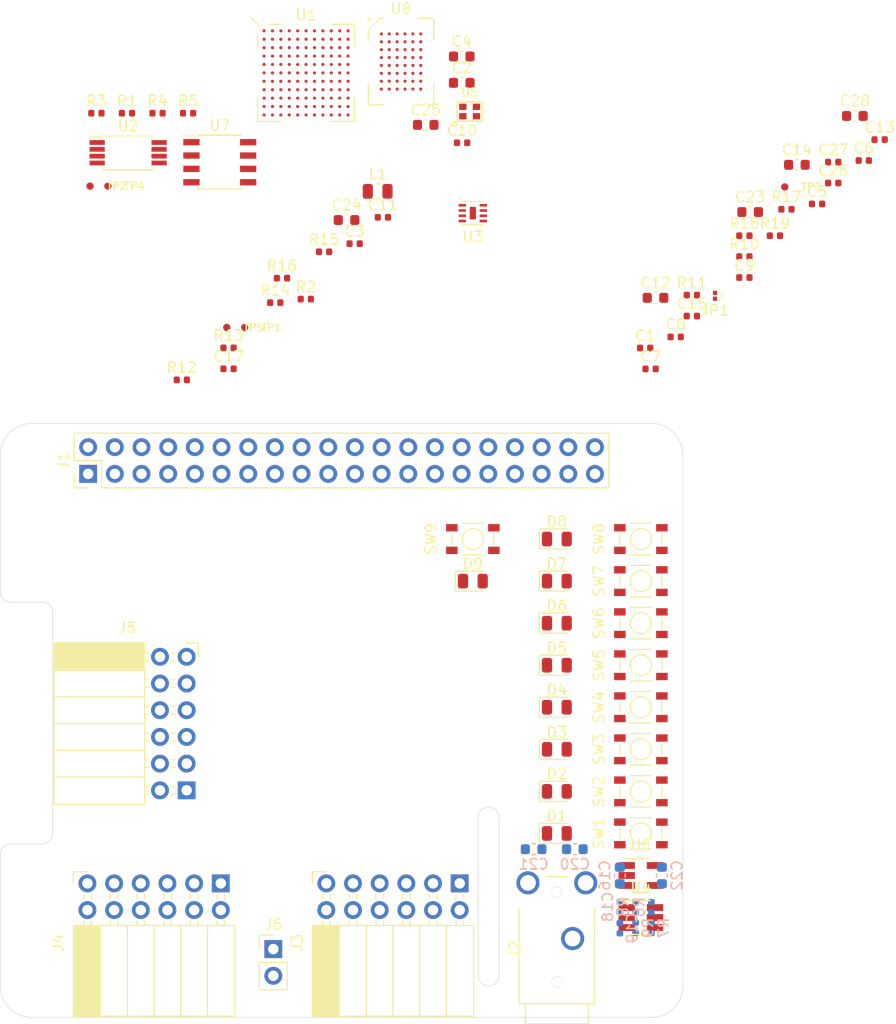
<source format=kicad_pcb>
(kicad_pcb (version 20171130) (host pcbnew 5.1.2+dfsg1-1)
  (layers (0 F.Cu signal) (1 In1.Cu power) (2 In2.Cu power) (31 B.Cu signal) (34 B.Paste user) (35 F.Paste user) (36 B.SilkS user) (37 F.SilkS user) (38 B.Mask user) (39 F.Mask user) (44 Edge.Cuts user))
  (net 0 "")
  (net 1 GND)
  (net 2 +1V2)
  (net 3 "Net-(C2-Pad2)")
  (net 4 "Net-(C2-Pad1)")
  (net 5 "Net-(C4-Pad2)")
  (net 6 "Net-(C4-Pad1)")
  (net 7 +3V3)
  (net 8 +5V)
  (net 9 "Net-(C13-Pad2)")
  (net 10 "Net-(C18-Pad1)")
  (net 11 "Net-(C19-Pad1)")
  (net 12 "Net-(C20-Pad1)")
  (net 13 "Net-(C21-Pad1)")
  (net 14 +3.3VDAC)
  (net 15 "Net-(D1-Pad1)")
  (net 16 /LED0)
  (net 17 /LED1)
  (net 18 "Net-(D2-Pad1)")
  (net 19 "Net-(D3-Pad1)")
  (net 20 /LED2)
  (net 21 /LED3)
  (net 22 "Net-(D4-Pad1)")
  (net 23 /LED4)
  (net 24 "Net-(D5-Pad1)")
  (net 25 "Net-(D6-Pad1)")
  (net 26 /LED5)
  (net 27 /LED6)
  (net 28 "Net-(D7-Pad1)")
  (net 29 "Net-(D8-Pad1)")
  (net 30 /LED7)
  (net 31 /GP13_FPGA_CDONE)
  (net 32 "Net-(J1-Pad3)")
  (net 33 "Net-(J1-Pad5)")
  (net 34 "Net-(J1-Pad7)")
  (net 35 /GP14_UART_TXD)
  (net 36 /GP15_UART_RXD)
  (net 37 "Net-(J1-Pad11)")
  (net 38 "Net-(J1-Pad12)")
  (net 39 /GP27_SDIO_DAT3)
  (net 40 /GP22_SDIO_CLK)
  (net 41 /GP23_SDIO_CMD)
  (net 42 /GP24_SDIO_DAT0)
  (net 43 /GP10_SPI_MOSI)
  (net 44 /GP9_SPI_MISO)
  (net 45 /GP25_SDIO_DAT1)
  (net 46 /GP11_SPI_SCK)
  (net 47 /GP8_SPI_~CS)
  (net 48 "Net-(J1-Pad26)")
  (net 49 /ID_SD)
  (net 50 /ID_SC)
  (net 51 "Net-(J1-Pad29)")
  (net 52 "Net-(J1-Pad31)")
  (net 53 /GP12_FPGA_~RST)
  (net 54 "Net-(J1-Pad35)")
  (net 55 "Net-(J1-Pad36)")
  (net 56 /GP26_SDIO_DAT2)
  (net 57 "Net-(J1-Pad38)")
  (net 58 "Net-(J1-Pad40)")
  (net 59 /IO0_0)
  (net 60 /IO0_1)
  (net 61 /IO0_2)
  (net 62 /IO0_3)
  (net 63 /IO0_4)
  (net 64 /IO0_5)
  (net 65 /IO0_6)
  (net 66 /IO0_7)
  (net 67 /IO1_7)
  (net 68 /IO1_6)
  (net 69 /IO1_5)
  (net 70 /IO1_4)
  (net 71 /IO1_3)
  (net 72 /IO1_2)
  (net 73 /IO1_1)
  (net 74 /IO1_0)
  (net 75 /IO2_0)
  (net 76 /IO2_1)
  (net 77 /IO2_2)
  (net 78 /IO2_3)
  (net 79 /IO2_4)
  (net 80 /IO2_5)
  (net 81 /IO2_6)
  (net 82 /IO2_7)
  (net 83 "Net-(JP1-Pad1)")
  (net 84 "Net-(L1-Pad1)")
  (net 85 "Net-(R6-Pad2)")
  (net 86 "Net-(R7-Pad2)")
  (net 87 /SW0)
  (net 88 /SW1)
  (net 89 /SW2)
  (net 90 /SW3)
  (net 91 /SW4)
  (net 92 /SW5)
  (net 93 /SW6)
  (net 94 /SW7)
  (net 95 /SRAM_DQ0)
  (net 96 /SRAM_DQ5)
  (net 97 /SRAM_DQ7)
  (net 98 /SRAM_DQ6)
  (net 99 /SRAM_DQ12)
  (net 100 /SRAM_A9)
  (net 101 /SRAM_A2)
  (net 102 /SRAM_A4)
  (net 103 /SRAM_A5)
  (net 104 /SRAM_A10)
  (net 105 /SRAM_DQ1)
  (net 106 /SRAM_DQ4)
  (net 107 /SRAM_DQ8)
  (net 108 /SRAM_DQ10)
  (net 109 /SRAM_DQ13)
  (net 110 /SRAM_DQ15)
  (net 111 /SRAM_A3)
  (net 112 /SRAM_A7)
  (net 113 /SRAM_A6)
  (net 114 /SRAM_A12)
  (net 115 /SRAM_DQ3)
  (net 116 /SRAM_DQ9)
  (net 117 /SRAM_DQ11)
  (net 118 /SRAM_A8)
  (net 119 /SRAM_A0)
  (net 120 /SRAM_A1)
  (net 121 /SRAM_A11)
  (net 122 /SRAM_A13)
  (net 123 /SRAM_A15)
  (net 124 /SRAM_DQ2)
  (net 125 /SRAM_DQ14)
  (net 126 /SRAM_A14)
  (net 127 /SRAM_A17)
  (net 128 /SRAM_A16)
  (net 129 /SRAM_~WE)
  (net 130 /SRAM_~OE)
  (net 131 /SRAM_~LB)
  (net 132 /SRAM_~UB)
  (net 133 /AUDIO_R_PWM)
  (net 134 "Net-(U1-PadB10)")
  (net 135 /CLK_OSC)
  (net 136 /AUDIO_L_PWM)
  (module fpga_hat:MOUNTHOLE_M2.5 (layer F.Cu) (at 161.5 83.5)
    (fp_text reference REF** hide)
    (fp_text value MOUNTHOLE_M2.5 hide)
    (pad "" np_thru_hole circle (at 0 0) (size 2.75 2.75) (drill 2.75) (layers *.Cu *.Mask) (thermal_gap 1.9))
  )
  (module fpga_hat:MOUNTHOLE_M2.5 (layer F.Cu) (at 161.5 133)
    (fp_text reference REF** hide)
    (fp_text value MOUNTHOLE_M2.5 hide)
    (pad "" np_thru_hole circle (at 0 0) (size 2.75 2.75) (drill 2.75) (layers *.Cu *.Mask) (thermal_gap 1.9))
  )
  (module fpga_hat:MOUNTHOLE_M2.5 (layer F.Cu) (at 103.5 133)
    (fp_text reference REF** hide)
    (fp_text value MOUNTHOLE_M2.5 hide)
    (pad "" np_thru_hole circle (at 0 0) (size 2.75 2.75) (drill 2.75) (layers *.Cu *.Mask) (thermal_gap 1.9))
  )
  (module fpga_hat:MOUNTHOLE_M2.5 (layer F.Cu) (at 103.5 83.5)
    (fp_text reference REF** hide)
    (fp_text value MOUNTHOLE_M2.5 hide)
    (pad "" np_thru_hole circle (at 0 0) (size 2.75 2.75) (drill 2.75) (layers *.Cu *.Mask) (thermal_gap 1.9))
  )
  (module Capacitor_SMD:C_0402_1005Metric (layer F.Cu) (at 161.405001 72.825001)
    (fp_text reference C1 (at 0 -1.17) (layer F.SilkS))
    (fp_text value 100n)
    (pad 2 smd roundrect (at 0.485 0) (size 0.59 0.64) (layers F.Cu F.Paste F.Mask) (net 1 GND))
    (pad 1 smd roundrect (at -0.485 0) (size 0.59 0.64) (layers F.Cu F.Paste F.Mask) (net 2 +1V2))
  )
  (module Capacitor_SMD:C_0603_1608Metric (layer F.Cu) (at 143.945001 47.605001)
    (fp_text reference C2 (at 0 -1.43) (layer F.SilkS))
    (fp_text value 4u7)
    (pad 2 smd roundrect (at 0.7875 0) (size 0.875 0.95) (layers F.Cu F.Paste F.Mask) (net 3 "Net-(C2-Pad2)"))
    (pad 1 smd roundrect (at -0.7875 0) (size 0.875 0.95) (layers F.Cu F.Paste F.Mask) (net 4 "Net-(C2-Pad1)"))
  )
  (module Capacitor_SMD:C_0402_1005Metric (layer F.Cu) (at 133.745001 62.905001)
    (fp_text reference C3 (at 0 -1.17) (layer F.SilkS))
    (fp_text value 100n)
    (pad 1 smd roundrect (at -0.485 0) (size 0.59 0.64) (layers F.Cu F.Paste F.Mask) (net 2 +1V2))
    (pad 2 smd roundrect (at 0.485 0) (size 0.59 0.64) (layers F.Cu F.Paste F.Mask) (net 1 GND))
  )
  (module Capacitor_SMD:C_0603_1608Metric (layer F.Cu) (at 143.945001 45.095001)
    (fp_text reference C4 (at 0 -1.43) (layer F.SilkS))
    (fp_text value 4u7)
    (pad 1 smd roundrect (at -0.7875 0) (size 0.875 0.95) (layers F.Cu F.Paste F.Mask) (net 6 "Net-(C4-Pad1)"))
    (pad 2 smd roundrect (at 0.7875 0) (size 0.875 0.95) (layers F.Cu F.Paste F.Mask) (net 5 "Net-(C4-Pad2)"))
  )
  (module Capacitor_SMD:C_0402_1005Metric (layer F.Cu) (at 177.775001 59.125001)
    (fp_text reference C5 (at 0 -1.17) (layer F.SilkS))
    (fp_text value 100n)
    (pad 1 smd roundrect (at -0.485 0) (size 0.59 0.64) (layers F.Cu F.Paste F.Mask) (net 2 +1V2))
    (pad 2 smd roundrect (at 0.485 0) (size 0.59 0.64) (layers F.Cu F.Paste F.Mask) (net 1 GND))
  )
  (module Capacitor_SMD:C_0402_1005Metric (layer F.Cu) (at 182.225001 54.995001)
    (fp_text reference C6 (at 0 -1.17) (layer F.SilkS))
    (fp_text value 100n)
    (pad 2 smd roundrect (at 0.485 0) (size 0.59 0.64) (layers F.Cu F.Paste F.Mask) (net 1 GND))
    (pad 1 smd roundrect (at -0.485 0) (size 0.59 0.64) (layers F.Cu F.Paste F.Mask) (net 2 +1V2))
  )
  (module Capacitor_SMD:C_0402_1005Metric (layer F.Cu) (at 161.925001 74.815001)
    (fp_text reference C7 (at 0 -1.17) (layer F.SilkS))
    (fp_text value 100n)
    (pad 2 smd roundrect (at 0.485 0) (size 0.59 0.64) (layers F.Cu F.Paste F.Mask) (net 1 GND))
    (pad 1 smd roundrect (at -0.485 0) (size 0.59 0.64) (layers F.Cu F.Paste F.Mask) (net 7 +3V3))
  )
  (module Capacitor_SMD:C_0402_1005Metric (layer F.Cu) (at 164.315001 71.775001)
    (fp_text reference C8 (at 0 -1.17) (layer F.SilkS))
    (fp_text value 100n)
    (pad 2 smd roundrect (at 0.485 0) (size 0.59 0.64) (layers F.Cu F.Paste F.Mask) (net 1 GND))
    (pad 1 smd roundrect (at -0.485 0) (size 0.59 0.64) (layers F.Cu F.Paste F.Mask) (net 7 +3V3))
  )
  (module Capacitor_SMD:C_0402_1005Metric (layer F.Cu) (at 170.855001 66.125001)
    (fp_text reference C9 (at 0 -1.17) (layer F.SilkS))
    (fp_text value 100n)
    (pad 2 smd roundrect (at 0.485 0) (size 0.59 0.64) (layers F.Cu F.Paste F.Mask) (net 1 GND))
    (pad 1 smd roundrect (at -0.485 0) (size 0.59 0.64) (layers F.Cu F.Paste F.Mask) (net 7 +3V3))
  )
  (module Capacitor_SMD:C_0402_1005Metric (layer F.Cu) (at 143.975001 53.305001)
    (fp_text reference C10 (at 0 -1.17) (layer F.SilkS))
    (fp_text value 100n)
    (pad 2 smd roundrect (at 0.485 0) (size 0.59 0.64) (layers F.Cu F.Paste F.Mask) (net 1 GND))
    (pad 1 smd roundrect (at -0.485 0) (size 0.59 0.64) (layers F.Cu F.Paste F.Mask) (net 7 +3V3))
  )
  (module Capacitor_SMD:C_0402_1005Metric (layer F.Cu) (at 136.435001 60.395001)
    (fp_text reference C11 (at 0 -1.17) (layer F.SilkS))
    (fp_text value 100n)
    (pad 1 smd roundrect (at -0.485 0) (size 0.59 0.64) (layers F.Cu F.Paste F.Mask) (net 7 +3V3))
    (pad 2 smd roundrect (at 0.485 0) (size 0.59 0.64) (layers F.Cu F.Paste F.Mask) (net 1 GND))
  )
  (module Capacitor_SMD:C_0603_1608Metric (layer F.Cu) (at 162.395001 68.055001)
    (fp_text reference C12 (at 0 -1.43) (layer F.SilkS))
    (fp_text value 4u7)
    (pad 2 smd roundrect (at 0.7875 0) (size 0.875 0.95) (layers F.Cu F.Paste F.Mask) (net 1 GND))
    (pad 1 smd roundrect (at -0.7875 0) (size 0.875 0.95) (layers F.Cu F.Paste F.Mask) (net 8 +5V))
  )
  (module Capacitor_SMD:C_0402_1005Metric (layer F.Cu) (at 183.735001 53.005001)
    (fp_text reference C13 (at 0 -1.17) (layer F.SilkS))
    (fp_text value 560p)
    (pad 1 smd roundrect (at -0.485 0) (size 0.59 0.64) (layers F.Cu F.Paste F.Mask) (net 2 +1V2))
    (pad 2 smd roundrect (at 0.485 0) (size 0.59 0.64) (layers F.Cu F.Paste F.Mask) (net 9 "Net-(C13-Pad2)"))
  )
  (module Capacitor_SMD:C_0603_1608Metric (layer F.Cu) (at 175.855001 55.405001)
    (fp_text reference C14 (at 0 -1.43) (layer F.SilkS))
    (fp_text value 4u7)
    (pad 2 smd roundrect (at 0.7875 0) (size 0.875 0.95) (layers F.Cu F.Paste F.Mask) (net 1 GND))
    (pad 1 smd roundrect (at -0.7875 0) (size 0.875 0.95) (layers F.Cu F.Paste F.Mask) (net 2 +1V2))
  )
  (module Capacitor_SMD:C_0402_1005Metric (layer F.Cu) (at 165.855001 69.785001)
    (fp_text reference C15 (at 0 -1.17) (layer F.SilkS))
    (fp_text value 100n)
    (pad 2 smd roundrect (at 0.485 0) (size 0.59 0.64) (layers F.Cu F.Paste F.Mask) (net 1 GND))
    (pad 1 smd roundrect (at -0.485 0) (size 0.59 0.64) (layers F.Cu F.Paste F.Mask) (net 7 +3V3))
  )
  (module Capacitor_SMD:C_0603_1608Metric (layer B.Cu) (at 159 123 270)
    (fp_text reference C16 (at 0 1.43 90) (layer B.SilkS) (effects (justify mirror)))
    (fp_text value 1u)
    (pad 1 smd roundrect (at -0.7875 0 270) (size 0.875 0.95) (layers B.Cu B.Paste B.Mask) (net 8 +5V))
    (pad 2 smd roundrect (at 0.7875 0 270) (size 0.875 0.95) (layers B.Cu B.Paste B.Mask) (net 1 GND))
  )
  (module Capacitor_SMD:C_0402_1005Metric (layer F.Cu) (at 121.735001 74.805001)
    (fp_text reference C17 (at 0 -1.17) (layer F.SilkS))
    (fp_text value 100n)
    (pad 1 smd roundrect (at -0.485 0) (size 0.59 0.64) (layers F.Cu F.Paste F.Mask) (net 7 +3V3))
    (pad 2 smd roundrect (at 0.485 0) (size 0.59 0.64) (layers F.Cu F.Paste F.Mask) (net 1 GND))
  )
  (module Capacitor_SMD:C_0402_1005Metric (layer B.Cu) (at 159 125.985 270)
    (fp_text reference C18 (at 0 1.17 90) (layer B.SilkS) (effects (justify mirror)))
    (fp_text value 100n)
    (pad 1 smd roundrect (at -0.485 0 270) (size 0.59 0.64) (layers B.Cu B.Paste B.Mask) (net 10 "Net-(C18-Pad1)"))
    (pad 2 smd roundrect (at 0.485 0 270) (size 0.59 0.64) (layers B.Cu B.Paste B.Mask) (net 1 GND))
  )
  (module Capacitor_SMD:C_0402_1005Metric (layer B.Cu) (at 159 128.015 90)
    (fp_text reference C19 (at 0 1.17 90) (layer B.SilkS) (effects (justify mirror)))
    (fp_text value 100n)
    (pad 1 smd roundrect (at -0.485 0 90) (size 0.59 0.64) (layers B.Cu B.Paste B.Mask) (net 11 "Net-(C19-Pad1)"))
    (pad 2 smd roundrect (at 0.485 0 90) (size 0.59 0.64) (layers B.Cu B.Paste B.Mask) (net 1 GND))
  )
  (module Capacitor_SMD:C_0603_1608Metric (layer B.Cu) (at 154.7125 120.5)
    (fp_text reference C20 (at 0 1.43) (layer B.SilkS) (effects (justify mirror)))
    (fp_text value 4u7)
    (pad 1 smd roundrect (at -0.7875 0) (size 0.875 0.95) (layers B.Cu B.Paste B.Mask) (net 12 "Net-(C20-Pad1)"))
    (pad 2 smd roundrect (at 0.7875 0) (size 0.875 0.95) (layers B.Cu B.Paste B.Mask) (net 10 "Net-(C18-Pad1)"))
  )
  (module Capacitor_SMD:C_0603_1608Metric (layer B.Cu) (at 150.7875 120.5)
    (fp_text reference C21 (at 0 1.43) (layer B.SilkS) (effects (justify mirror)))
    (fp_text value 4u7)
    (pad 1 smd roundrect (at -0.7875 0) (size 0.875 0.95) (layers B.Cu B.Paste B.Mask) (net 13 "Net-(C21-Pad1)"))
    (pad 2 smd roundrect (at 0.7875 0) (size 0.875 0.95) (layers B.Cu B.Paste B.Mask) (net 11 "Net-(C19-Pad1)"))
  )
  (module Capacitor_SMD:C_0603_1608Metric (layer B.Cu) (at 163 123 90)
    (fp_text reference C22 (at 0 1.43 90) (layer B.SilkS) (effects (justify mirror)))
    (fp_text value 1u)
    (pad 2 smd roundrect (at 0.7875 0 90) (size 0.875 0.95) (layers B.Cu B.Paste B.Mask) (net 1 GND))
    (pad 1 smd roundrect (at -0.7875 0 90) (size 0.875 0.95) (layers B.Cu B.Paste B.Mask) (net 14 +3.3VDAC))
  )
  (module Capacitor_SMD:C_0603_1608Metric (layer F.Cu) (at 171.405001 59.895001)
    (fp_text reference C23 (at 0 -1.43) (layer F.SilkS))
    (fp_text value 1u)
    (pad 2 smd roundrect (at 0.7875 0) (size 0.875 0.95) (layers F.Cu F.Paste F.Mask) (net 1 GND))
    (pad 1 smd roundrect (at -0.7875 0) (size 0.875 0.95) (layers F.Cu F.Paste F.Mask) (net 7 +3V3))
  )
  (module Capacitor_SMD:C_0603_1608Metric (layer F.Cu) (at 132.975001 60.655001)
    (fp_text reference C24 (at 0 -1.43) (layer F.SilkS))
    (fp_text value 1u)
    (pad 1 smd roundrect (at -0.7875 0) (size 0.875 0.95) (layers F.Cu F.Paste F.Mask) (net 7 +3V3))
    (pad 2 smd roundrect (at 0.7875 0) (size 0.875 0.95) (layers F.Cu F.Paste F.Mask) (net 1 GND))
  )
  (module Capacitor_SMD:C_0603_1608Metric (layer F.Cu) (at 140.515001 51.605001)
    (fp_text reference C25 (at 0 -1.43) (layer F.SilkS))
    (fp_text value 1u)
    (pad 2 smd roundrect (at 0.7875 0) (size 0.875 0.95) (layers F.Cu F.Paste F.Mask) (net 1 GND))
    (pad 1 smd roundrect (at -0.7875 0) (size 0.875 0.95) (layers F.Cu F.Paste F.Mask) (net 7 +3V3))
  )
  (module Capacitor_SMD:C_0402_1005Metric (layer F.Cu) (at 179.315001 57.135001)
    (fp_text reference C26 (at 0 -1.17) (layer F.SilkS))
    (fp_text value 100n)
    (pad 1 smd roundrect (at -0.485 0) (size 0.59 0.64) (layers F.Cu F.Paste F.Mask) (net 7 +3V3))
    (pad 2 smd roundrect (at 0.485 0) (size 0.59 0.64) (layers F.Cu F.Paste F.Mask) (net 1 GND))
  )
  (module Capacitor_SMD:C_0402_1005Metric (layer F.Cu) (at 179.315001 55.145001)
    (fp_text reference C27 (at 0 -1.17) (layer F.SilkS))
    (fp_text value 100n)
    (pad 2 smd roundrect (at 0.485 0) (size 0.59 0.64) (layers F.Cu F.Paste F.Mask) (net 1 GND))
    (pad 1 smd roundrect (at -0.485 0) (size 0.59 0.64) (layers F.Cu F.Paste F.Mask) (net 7 +3V3))
  )
  (module Capacitor_SMD:C_0603_1608Metric (layer F.Cu) (at 181.375001 50.755001)
    (fp_text reference C28 (at 0 -1.43) (layer F.SilkS))
    (fp_text value 1u)
    (pad 1 smd roundrect (at -0.7875 0) (size 0.875 0.95) (layers F.Cu F.Paste F.Mask) (net 8 +5V))
    (pad 2 smd roundrect (at 0.7875 0) (size 0.875 0.95) (layers F.Cu F.Paste F.Mask) (net 1 GND))
  )
  (module LED_SMD:LED_0805_2012Metric (layer F.Cu) (at 153 119)
    (fp_text reference D1 (at 0 -1.65) (layer F.SilkS))
    (fp_text value LED)
    (pad 1 smd roundrect (at -0.9375 0) (size 0.975 1.4) (layers F.Cu F.Paste F.Mask) (net 15 "Net-(D1-Pad1)"))
    (pad 2 smd roundrect (at 0.9375 0) (size 0.975 1.4) (layers F.Cu F.Paste F.Mask) (net 16 /LED0))
  )
  (module LED_SMD:LED_0805_2012Metric (layer F.Cu) (at 153 115)
    (fp_text reference D2 (at 0 -1.65) (layer F.SilkS))
    (fp_text value LED)
    (pad 1 smd roundrect (at -0.9375 0) (size 0.975 1.4) (layers F.Cu F.Paste F.Mask) (net 18 "Net-(D2-Pad1)"))
    (pad 2 smd roundrect (at 0.9375 0) (size 0.975 1.4) (layers F.Cu F.Paste F.Mask) (net 17 /LED1))
  )
  (module LED_SMD:LED_0805_2012Metric (layer F.Cu) (at 153 111)
    (fp_text reference D3 (at 0 -1.65) (layer F.SilkS))
    (fp_text value LED)
    (pad 2 smd roundrect (at 0.9375 0) (size 0.975 1.4) (layers F.Cu F.Paste F.Mask) (net 20 /LED2))
    (pad 1 smd roundrect (at -0.9375 0) (size 0.975 1.4) (layers F.Cu F.Paste F.Mask) (net 19 "Net-(D3-Pad1)"))
  )
  (module LED_SMD:LED_0805_2012Metric (layer F.Cu) (at 153 107)
    (fp_text reference D4 (at 0 -1.65) (layer F.SilkS))
    (fp_text value LED)
    (pad 1 smd roundrect (at -0.9375 0) (size 0.975 1.4) (layers F.Cu F.Paste F.Mask) (net 22 "Net-(D4-Pad1)"))
    (pad 2 smd roundrect (at 0.9375 0) (size 0.975 1.4) (layers F.Cu F.Paste F.Mask) (net 21 /LED3))
  )
  (module LED_SMD:LED_0805_2012Metric (layer F.Cu) (at 153 103)
    (fp_text reference D5 (at 0 -1.65) (layer F.SilkS))
    (fp_text value LED)
    (pad 2 smd roundrect (at 0.9375 0) (size 0.975 1.4) (layers F.Cu F.Paste F.Mask) (net 23 /LED4))
    (pad 1 smd roundrect (at -0.9375 0) (size 0.975 1.4) (layers F.Cu F.Paste F.Mask) (net 24 "Net-(D5-Pad1)"))
  )
  (module LED_SMD:LED_0805_2012Metric (layer F.Cu) (at 153 99)
    (fp_text reference D6 (at 0 -1.65) (layer F.SilkS))
    (fp_text value LED)
    (pad 1 smd roundrect (at -0.9375 0) (size 0.975 1.4) (layers F.Cu F.Paste F.Mask) (net 25 "Net-(D6-Pad1)"))
    (pad 2 smd roundrect (at 0.9375 0) (size 0.975 1.4) (layers F.Cu F.Paste F.Mask) (net 26 /LED5))
  )
  (module LED_SMD:LED_0805_2012Metric (layer F.Cu) (at 153 95)
    (fp_text reference D7 (at 0 -1.65) (layer F.SilkS))
    (fp_text value LED)
    (pad 2 smd roundrect (at 0.9375 0) (size 0.975 1.4) (layers F.Cu F.Paste F.Mask) (net 27 /LED6))
    (pad 1 smd roundrect (at -0.9375 0) (size 0.975 1.4) (layers F.Cu F.Paste F.Mask) (net 28 "Net-(D7-Pad1)"))
  )
  (module LED_SMD:LED_0805_2012Metric (layer F.Cu) (at 153 91)
    (fp_text reference D8 (at 0 -1.65) (layer F.SilkS))
    (fp_text value LED)
    (pad 1 smd roundrect (at -0.9375 0) (size 0.975 1.4) (layers F.Cu F.Paste F.Mask) (net 29 "Net-(D8-Pad1)"))
    (pad 2 smd roundrect (at 0.9375 0) (size 0.975 1.4) (layers F.Cu F.Paste F.Mask) (net 30 /LED7))
  )
  (module LED_SMD:LED_0805_2012Metric (layer F.Cu) (at 145 95)
    (fp_text reference D9 (at 0 -1.65) (layer F.SilkS))
    (fp_text value LED)
    (pad 2 smd roundrect (at 0.9375 0) (size 0.975 1.4) (layers F.Cu F.Paste F.Mask) (net 31 /GP13_FPGA_CDONE))
    (pad 1 smd roundrect (at -0.9375 0) (size 0.975 1.4) (layers F.Cu F.Paste F.Mask) (net 1 GND))
  )
  (module Connector_PinHeader_2.54mm:PinHeader_2x20_P2.54mm_Vertical (layer F.Cu) (at 108.37 84.8 90)
    (fp_text reference J1 (at 1.27 -2.33 90) (layer F.SilkS))
    (fp_text value 2x20)
    (pad 1 thru_hole rect (at 0 0 90) (size 1.7 1.7) (drill 1) (layers *.Cu *.Mask) (net 7 +3V3))
    (pad 2 thru_hole oval (at 2.54 0 90) (size 1.7 1.7) (drill 1) (layers *.Cu *.Mask) (net 8 +5V))
    (pad 3 thru_hole oval (at 0 2.54 90) (size 1.7 1.7) (drill 1) (layers *.Cu *.Mask) (net 32 "Net-(J1-Pad3)"))
    (pad 4 thru_hole oval (at 2.54 2.54 90) (size 1.7 1.7) (drill 1) (layers *.Cu *.Mask) (net 8 +5V))
    (pad 5 thru_hole oval (at 0 5.08 90) (size 1.7 1.7) (drill 1) (layers *.Cu *.Mask) (net 33 "Net-(J1-Pad5)"))
    (pad 6 thru_hole oval (at 2.54 5.08 90) (size 1.7 1.7) (drill 1) (layers *.Cu *.Mask) (net 1 GND))
    (pad 7 thru_hole oval (at 0 7.62 90) (size 1.7 1.7) (drill 1) (layers *.Cu *.Mask) (net 34 "Net-(J1-Pad7)"))
    (pad 8 thru_hole oval (at 2.54 7.62 90) (size 1.7 1.7) (drill 1) (layers *.Cu *.Mask) (net 35 /GP14_UART_TXD))
    (pad 9 thru_hole oval (at 0 10.16 90) (size 1.7 1.7) (drill 1) (layers *.Cu *.Mask) (net 1 GND))
    (pad 10 thru_hole oval (at 2.54 10.16 90) (size 1.7 1.7) (drill 1) (layers *.Cu *.Mask) (net 36 /GP15_UART_RXD))
    (pad 11 thru_hole oval (at 0 12.7 90) (size 1.7 1.7) (drill 1) (layers *.Cu *.Mask) (net 37 "Net-(J1-Pad11)"))
    (pad 12 thru_hole oval (at 2.54 12.7 90) (size 1.7 1.7) (drill 1) (layers *.Cu *.Mask) (net 38 "Net-(J1-Pad12)"))
    (pad 13 thru_hole oval (at 0 15.24 90) (size 1.7 1.7) (drill 1) (layers *.Cu *.Mask) (net 39 /GP27_SDIO_DAT3))
    (pad 14 thru_hole oval (at 2.54 15.24 90) (size 1.7 1.7) (drill 1) (layers *.Cu *.Mask) (net 1 GND))
    (pad 15 thru_hole oval (at 0 17.78 90) (size 1.7 1.7) (drill 1) (layers *.Cu *.Mask) (net 40 /GP22_SDIO_CLK))
    (pad 16 thru_hole oval (at 2.54 17.78 90) (size 1.7 1.7) (drill 1) (layers *.Cu *.Mask) (net 41 /GP23_SDIO_CMD))
    (pad 17 thru_hole oval (at 0 20.32 90) (size 1.7 1.7) (drill 1) (layers *.Cu *.Mask) (net 7 +3V3))
    (pad 18 thru_hole oval (at 2.54 20.32 90) (size 1.7 1.7) (drill 1) (layers *.Cu *.Mask) (net 42 /GP24_SDIO_DAT0))
    (pad 19 thru_hole oval (at 0 22.86 90) (size 1.7 1.7) (drill 1) (layers *.Cu *.Mask) (net 43 /GP10_SPI_MOSI))
    (pad 20 thru_hole oval (at 2.54 22.86 90) (size 1.7 1.7) (drill 1) (layers *.Cu *.Mask) (net 1 GND))
    (pad 21 thru_hole oval (at 0 25.4 90) (size 1.7 1.7) (drill 1) (layers *.Cu *.Mask) (net 44 /GP9_SPI_MISO))
    (pad 22 thru_hole oval (at 2.54 25.4 90) (size 1.7 1.7) (drill 1) (layers *.Cu *.Mask) (net 45 /GP25_SDIO_DAT1))
    (pad 23 thru_hole oval (at 0 27.94 90) (size 1.7 1.7) (drill 1) (layers *.Cu *.Mask) (net 46 /GP11_SPI_SCK))
    (pad 24 thru_hole oval (at 2.54 27.94 90) (size 1.7 1.7) (drill 1) (layers *.Cu *.Mask) (net 47 /GP8_SPI_~CS))
    (pad 25 thru_hole oval (at 0 30.48 90) (size 1.7 1.7) (drill 1) (layers *.Cu *.Mask) (net 1 GND))
    (pad 26 thru_hole oval (at 2.54 30.48 90) (size 1.7 1.7) (drill 1) (layers *.Cu *.Mask) (net 48 "Net-(J1-Pad26)"))
    (pad 27 thru_hole oval (at 0 33.02 90) (size 1.7 1.7) (drill 1) (layers *.Cu *.Mask) (net 49 /ID_SD))
    (pad 28 thru_hole oval (at 2.54 33.02 90) (size 1.7 1.7) (drill 1) (layers *.Cu *.Mask) (net 50 /ID_SC))
    (pad 29 thru_hole oval (at 0 35.56 90) (size 1.7 1.7) (drill 1) (layers *.Cu *.Mask) (net 51 "Net-(J1-Pad29)"))
    (pad 30 thru_hole oval (at 2.54 35.56 90) (size 1.7 1.7) (drill 1) (layers *.Cu *.Mask) (net 1 GND))
    (pad 31 thru_hole oval (at 0 38.1 90) (size 1.7 1.7) (drill 1) (layers *.Cu *.Mask) (net 52 "Net-(J1-Pad31)"))
    (pad 32 thru_hole oval (at 2.54 38.1 90) (size 1.7 1.7) (drill 1) (layers *.Cu *.Mask) (net 53 /GP12_FPGA_~RST))
    (pad 33 thru_hole oval (at 0 40.64 90) (size 1.7 1.7) (drill 1) (layers *.Cu *.Mask) (net 31 /GP13_FPGA_CDONE))
    (pad 34 thru_hole oval (at 2.54 40.64 90) (size 1.7 1.7) (drill 1) (layers *.Cu *.Mask) (net 1 GND))
    (pad 35 thru_hole oval (at 0 43.18 90) (size 1.7 1.7) (drill 1) (layers *.Cu *.Mask) (net 54 "Net-(J1-Pad35)"))
    (pad 36 thru_hole oval (at 2.54 43.18 90) (size 1.7 1.7) (drill 1) (layers *.Cu *.Mask) (net 55 "Net-(J1-Pad36)"))
    (pad 37 thru_hole oval (at 0 45.72 90) (size 1.7 1.7) (drill 1) (layers *.Cu *.Mask) (net 56 /GP26_SDIO_DAT2))
    (pad 38 thru_hole oval (at 2.54 45.72 90) (size 1.7 1.7) (drill 1) (layers *.Cu *.Mask) (net 57 "Net-(J1-Pad38)"))
    (pad 39 thru_hole oval (at 0 48.26 90) (size 1.7 1.7) (drill 1) (layers *.Cu *.Mask) (net 1 GND))
    (pad 40 thru_hole oval (at 2.54 48.26 90) (size 1.7 1.7) (drill 1) (layers *.Cu *.Mask) (net 58 "Net-(J1-Pad40)"))
  )
  (module fpga_hat:STX-3000_TRS_3.5mm (layer F.Cu) (at 153 129 90)
    (fp_text reference J2 (at -1 -4 90) (layer F.SilkS))
    (fp_text value AudioJack3)
    (pad ~ thru_hole circle (at -4.1 0 90) (size 1 1) (drill 1) (layers *.Cu *.Mask))
    (pad ~ thru_hole circle (at 4.4 0 90) (size 1 1) (drill 1) (layers *.Cu *.Mask))
    (pad S thru_hole circle (at 0 1.5 90) (size 2.2 2.2) (drill 1.5) (layers *.Cu *.Mask) (net 1 GND))
    (pad R thru_hole circle (at 5.3 -2.75 90) (size 2.2 2.2) (drill 1.5) (layers *.Cu *.Mask) (net 13 "Net-(C21-Pad1)"))
    (pad T thru_hole circle (at 5.3 2.75 90) (size 2.2 2.2) (drill 1.5) (layers *.Cu *.Mask) (net 12 "Net-(C20-Pad1)"))
  )
  (module fpga_hat:PinSocket_2x06_P2.54mm_Horizontal (layer F.Cu) (at 143.75 123.75 90)
    (fp_text reference J3 (at -5.65 -15.47 90) (layer F.SilkS))
    (fp_text value Conn_02x06_Top_Bottom)
    (pad 6 thru_hole circle (at 0 -12.7 90) (size 1.7 1.7) (drill 1) (layers *.Cu *.Mask) (net 7 +3V3))
    (pad 12 thru_hole oval (at -2.54 -12.7 90) (size 1.7 1.7) (drill 1) (layers *.Cu *.Mask) (net 7 +3V3))
    (pad 5 thru_hole oval (at 0 -10.16 90) (size 1.7 1.7) (drill 1) (layers *.Cu *.Mask) (net 1 GND))
    (pad 11 thru_hole oval (at -2.54 -10.16 90) (size 1.7 1.7) (drill 1) (layers *.Cu *.Mask) (net 1 GND))
    (pad 4 thru_hole oval (at 0 -7.62 90) (size 1.7 1.7) (drill 1) (layers *.Cu *.Mask) (net 62 /IO0_3))
    (pad 10 thru_hole oval (at -2.54 -7.62 90) (size 1.7 1.7) (drill 1) (layers *.Cu *.Mask) (net 66 /IO0_7))
    (pad 3 thru_hole oval (at 0 -5.08 90) (size 1.7 1.7) (drill 1) (layers *.Cu *.Mask) (net 61 /IO0_2))
    (pad 9 thru_hole oval (at -2.54 -5.08 90) (size 1.7 1.7) (drill 1) (layers *.Cu *.Mask) (net 65 /IO0_6))
    (pad 2 thru_hole oval (at 0 -2.54 90) (size 1.7 1.7) (drill 1) (layers *.Cu *.Mask) (net 60 /IO0_1))
    (pad 8 thru_hole oval (at -2.54 -2.54 90) (size 1.7 1.7) (drill 1) (layers *.Cu *.Mask) (net 64 /IO0_5))
    (pad 1 thru_hole rect (at 0 0 90) (size 1.7 1.7) (drill 1) (layers *.Cu *.Mask) (net 59 /IO0_0))
    (pad 7 thru_hole oval (at -2.54 0 90) (size 1.7 1.7) (drill 1) (layers *.Cu *.Mask) (net 63 /IO0_4))
  )
  (module fpga_hat:PinSocket_2x06_P2.54mm_Horizontal (layer F.Cu) (at 121 123.75 90)
    (fp_text reference J4 (at -5.65 -15.47 90) (layer F.SilkS))
    (fp_text value Conn_02x06_Top_Bottom)
    (pad 7 thru_hole oval (at -2.54 0 90) (size 1.7 1.7) (drill 1) (layers *.Cu *.Mask) (net 70 /IO1_4))
    (pad 1 thru_hole rect (at 0 0 90) (size 1.7 1.7) (drill 1) (layers *.Cu *.Mask) (net 74 /IO1_0))
    (pad 8 thru_hole oval (at -2.54 -2.54 90) (size 1.7 1.7) (drill 1) (layers *.Cu *.Mask) (net 69 /IO1_5))
    (pad 2 thru_hole oval (at 0 -2.54 90) (size 1.7 1.7) (drill 1) (layers *.Cu *.Mask) (net 73 /IO1_1))
    (pad 9 thru_hole oval (at -2.54 -5.08 90) (size 1.7 1.7) (drill 1) (layers *.Cu *.Mask) (net 68 /IO1_6))
    (pad 3 thru_hole oval (at 0 -5.08 90) (size 1.7 1.7) (drill 1) (layers *.Cu *.Mask) (net 72 /IO1_2))
    (pad 10 thru_hole oval (at -2.54 -7.62 90) (size 1.7 1.7) (drill 1) (layers *.Cu *.Mask) (net 67 /IO1_7))
    (pad 4 thru_hole oval (at 0 -7.62 90) (size 1.7 1.7) (drill 1) (layers *.Cu *.Mask) (net 71 /IO1_3))
    (pad 11 thru_hole oval (at -2.54 -10.16 90) (size 1.7 1.7) (drill 1) (layers *.Cu *.Mask) (net 1 GND))
    (pad 5 thru_hole oval (at 0 -10.16 90) (size 1.7 1.7) (drill 1) (layers *.Cu *.Mask) (net 1 GND))
    (pad 12 thru_hole oval (at -2.54 -12.7 90) (size 1.7 1.7) (drill 1) (layers *.Cu *.Mask) (net 7 +3V3))
    (pad 6 thru_hole circle (at 0 -12.7 90) (size 1.7 1.7) (drill 1) (layers *.Cu *.Mask) (net 7 +3V3))
  )
  (module fpga_hat:PinSocket_2x06_P2.54mm_Horizontal (layer F.Cu) (at 117.75 114.9)
    (fp_text reference J5 (at -5.65 -15.47) (layer F.SilkS))
    (fp_text value Conn_02x06_Top_Bottom)
    (pad 6 thru_hole circle (at 0 -12.7) (size 1.7 1.7) (drill 1) (layers *.Cu *.Mask) (net 7 +3V3))
    (pad 12 thru_hole oval (at -2.54 -12.7) (size 1.7 1.7) (drill 1) (layers *.Cu *.Mask) (net 7 +3V3))
    (pad 5 thru_hole oval (at 0 -10.16) (size 1.7 1.7) (drill 1) (layers *.Cu *.Mask) (net 1 GND))
    (pad 11 thru_hole oval (at -2.54 -10.16) (size 1.7 1.7) (drill 1) (layers *.Cu *.Mask) (net 1 GND))
    (pad 4 thru_hole oval (at 0 -7.62) (size 1.7 1.7) (drill 1) (layers *.Cu *.Mask) (net 78 /IO2_3))
    (pad 10 thru_hole oval (at -2.54 -7.62) (size 1.7 1.7) (drill 1) (layers *.Cu *.Mask) (net 82 /IO2_7))
    (pad 3 thru_hole oval (at 0 -5.08) (size 1.7 1.7) (drill 1) (layers *.Cu *.Mask) (net 77 /IO2_2))
    (pad 9 thru_hole oval (at -2.54 -5.08) (size 1.7 1.7) (drill 1) (layers *.Cu *.Mask) (net 81 /IO2_6))
    (pad 2 thru_hole oval (at 0 -2.54) (size 1.7 1.7) (drill 1) (layers *.Cu *.Mask) (net 76 /IO2_1))
    (pad 8 thru_hole oval (at -2.54 -2.54) (size 1.7 1.7) (drill 1) (layers *.Cu *.Mask) (net 80 /IO2_5))
    (pad 1 thru_hole rect (at 0 0) (size 1.7 1.7) (drill 1) (layers *.Cu *.Mask) (net 75 /IO2_0))
    (pad 7 thru_hole oval (at -2.54 0) (size 1.7 1.7) (drill 1) (layers *.Cu *.Mask) (net 79 /IO2_4))
  )
  (module Connector_PinHeader_2.54mm:PinHeader_1x02_P2.54mm_Vertical (layer F.Cu) (at 126 130)
    (fp_text reference J6 (at 0 -2.33) (layer F.SilkS))
    (fp_text value Conn_01x02)
    (pad 1 thru_hole rect (at 0 0) (size 1.7 1.7) (drill 1) (layers *.Cu *.Mask) (net 8 +5V))
    (pad 2 thru_hole oval (at 0 2.54) (size 1.7 1.7) (drill 1) (layers *.Cu *.Mask) (net 1 GND))
  )
  (module fpga_hat:SOLDER_JUMP (layer F.Cu) (at 168.06 67.860001)
    (fp_text reference JP1 (at 0 1.4) (layer F.SilkS))
    (fp_text value "Solder jumper")
    (pad 1 smd rect (at 0 -0.275) (size 0.4 0.4) (layers F.Cu F.Paste F.Mask) (net 83 "Net-(JP1-Pad1)"))
    (pad 2 smd rect (at 0 0.275) (size 0.4 0.4) (layers F.Cu F.Paste F.Mask) (net 1 GND))
  )
  (module Inductor_SMD:L_0805_2012Metric (layer F.Cu) (at 135.935001 57.925001)
    (fp_text reference L1 (at 0 -1.65) (layer F.SilkS))
    (fp_text value 1u)
    (pad 1 smd roundrect (at -0.9375 0) (size 0.975 1.4) (layers F.Cu F.Paste F.Mask) (net 84 "Net-(L1-Pad1)"))
    (pad 2 smd roundrect (at 0.9375 0) (size 0.975 1.4) (layers F.Cu F.Paste F.Mask) (net 2 +1V2))
  )
  (module Resistor_SMD:R_0402_1005Metric (layer F.Cu) (at 112.065001 50.495001)
    (fp_text reference R1 (at 0 -1.17) (layer F.SilkS))
    (fp_text value 100)
    (pad 1 smd roundrect (at -0.485 0) (size 0.59 0.64) (layers F.Cu F.Paste F.Mask) (net 6 "Net-(C4-Pad1)"))
    (pad 2 smd roundrect (at 0.485 0) (size 0.59 0.64) (layers F.Cu F.Paste F.Mask) (net 2 +1V2))
  )
  (module Resistor_SMD:R_0402_1005Metric (layer F.Cu) (at 129.095001 68.175001)
    (fp_text reference R2 (at 0 -1.17) (layer F.SilkS))
    (fp_text value 100)
    (pad 2 smd roundrect (at 0.485 0) (size 0.59 0.64) (layers F.Cu F.Paste F.Mask) (net 2 +1V2))
    (pad 1 smd roundrect (at -0.485 0) (size 0.59 0.64) (layers F.Cu F.Paste F.Mask) (net 4 "Net-(C2-Pad1)"))
  )
  (module Resistor_SMD:R_0402_1005Metric (layer F.Cu) (at 109.155001 50.495001)
    (fp_text reference R3 (at 0 -1.17) (layer F.SilkS))
    (fp_text value 470)
    (pad 1 smd roundrect (at -0.485 0) (size 0.59 0.64) (layers F.Cu F.Paste F.Mask) (net 7 +3V3))
    (pad 2 smd roundrect (at 0.485 0) (size 0.59 0.64) (layers F.Cu F.Paste F.Mask) (net 83 "Net-(JP1-Pad1)"))
  )
  (module Resistor_SMD:R_0402_1005Metric (layer F.Cu) (at 114.975001 50.495001)
    (fp_text reference R4 (at 0 -1.17) (layer F.SilkS))
    (fp_text value 4k7)
    (pad 1 smd roundrect (at -0.485 0) (size 0.59 0.64) (layers F.Cu F.Paste F.Mask) (net 7 +3V3))
    (pad 2 smd roundrect (at 0.485 0) (size 0.59 0.64) (layers F.Cu F.Paste F.Mask) (net 50 /ID_SC))
  )
  (module Resistor_SMD:R_0402_1005Metric (layer F.Cu) (at 117.885001 50.495001)
    (fp_text reference R5 (at 0 -1.17) (layer F.SilkS))
    (fp_text value 4k7)
    (pad 2 smd roundrect (at 0.485 0) (size 0.59 0.64) (layers F.Cu F.Paste F.Mask) (net 50 /ID_SC))
    (pad 1 smd roundrect (at -0.485 0) (size 0.59 0.64) (layers F.Cu F.Paste F.Mask) (net 7 +3V3))
  )
  (module Resistor_SMD:R_0402_1005Metric (layer B.Cu) (at 162 126.015 270)
    (fp_text reference R6 (at 0 1.17 90) (layer B.SilkS) (effects (justify mirror)))
    (fp_text value 220)
    (pad 2 smd roundrect (at 0.485 0 270) (size 0.59 0.64) (layers B.Cu B.Paste B.Mask) (net 85 "Net-(R6-Pad2)"))
    (pad 1 smd roundrect (at -0.485 0 270) (size 0.59 0.64) (layers B.Cu B.Paste B.Mask) (net 10 "Net-(C18-Pad1)"))
  )
  (module Resistor_SMD:R_0402_1005Metric (layer B.Cu) (at 162 127.985 90)
    (fp_text reference R7 (at 0 1.17 90) (layer B.SilkS) (effects (justify mirror)))
    (fp_text value 220)
    (pad 2 smd roundrect (at 0.485 0 90) (size 0.59 0.64) (layers B.Cu B.Paste B.Mask) (net 86 "Net-(R7-Pad2)"))
    (pad 1 smd roundrect (at -0.485 0 90) (size 0.59 0.64) (layers B.Cu B.Paste B.Mask) (net 11 "Net-(C19-Pad1)"))
  )
  (module Resistor_SMD:R_0402_1005Metric (layer B.Cu) (at 160.5 125.985 270)
    (fp_text reference R8 (at 0 1.17 90) (layer B.SilkS) (effects (justify mirror)))
    (fp_text value 100)
    (pad 1 smd roundrect (at -0.485 0 270) (size 0.59 0.64) (layers B.Cu B.Paste B.Mask) (net 10 "Net-(C18-Pad1)"))
    (pad 2 smd roundrect (at 0.485 0 270) (size 0.59 0.64) (layers B.Cu B.Paste B.Mask) (net 1 GND))
  )
  (module Resistor_SMD:R_0402_1005Metric (layer B.Cu) (at 160.5 127.985 90)
    (fp_text reference R9 (at 0 1.17 90) (layer B.SilkS) (effects (justify mirror)))
    (fp_text value 100)
    (pad 1 smd roundrect (at -0.485 0 90) (size 0.59 0.64) (layers B.Cu B.Paste B.Mask) (net 11 "Net-(C19-Pad1)"))
    (pad 2 smd roundrect (at 0.485 0 90) (size 0.59 0.64) (layers B.Cu B.Paste B.Mask) (net 1 GND))
  )
  (module Resistor_SMD:R_0402_1005Metric (layer F.Cu) (at 170.855001 64.135001)
    (fp_text reference R10 (at 0 -1.17) (layer F.SilkS))
    (fp_text value 470)
    (pad 1 smd roundrect (at -0.485 0) (size 0.59 0.64) (layers F.Cu F.Paste F.Mask) (net 1 GND))
    (pad 2 smd roundrect (at 0.485 0) (size 0.59 0.64) (layers F.Cu F.Paste F.Mask) (net 15 "Net-(D1-Pad1)"))
  )
  (module Resistor_SMD:R_0402_1005Metric (layer F.Cu) (at 165.855001 67.795001)
    (fp_text reference R11 (at 0 -1.17) (layer F.SilkS))
    (fp_text value 470)
    (pad 1 smd roundrect (at -0.485 0) (size 0.59 0.64) (layers F.Cu F.Paste F.Mask) (net 1 GND))
    (pad 2 smd roundrect (at 0.485 0) (size 0.59 0.64) (layers F.Cu F.Paste F.Mask) (net 18 "Net-(D2-Pad1)"))
  )
  (module Resistor_SMD:R_0402_1005Metric (layer F.Cu) (at 117.285001 75.855001)
    (fp_text reference R12 (at 0 -1.17) (layer F.SilkS))
    (fp_text value 470)
    (pad 2 smd roundrect (at 0.485 0) (size 0.59 0.64) (layers F.Cu F.Paste F.Mask) (net 19 "Net-(D3-Pad1)"))
    (pad 1 smd roundrect (at -0.485 0) (size 0.59 0.64) (layers F.Cu F.Paste F.Mask) (net 1 GND))
  )
  (module Resistor_SMD:R_0402_1005Metric (layer F.Cu) (at 121.735001 72.815001)
    (fp_text reference R13 (at 0 -1.17) (layer F.SilkS))
    (fp_text value 470)
    (pad 1 smd roundrect (at -0.485 0) (size 0.59 0.64) (layers F.Cu F.Paste F.Mask) (net 1 GND))
    (pad 2 smd roundrect (at 0.485 0) (size 0.59 0.64) (layers F.Cu F.Paste F.Mask) (net 22 "Net-(D4-Pad1)"))
  )
  (module Resistor_SMD:R_0402_1005Metric (layer F.Cu) (at 126.185001 68.515001)
    (fp_text reference R14 (at 0 -1.17) (layer F.SilkS))
    (fp_text value 470)
    (pad 2 smd roundrect (at 0.485 0) (size 0.59 0.64) (layers F.Cu F.Paste F.Mask) (net 24 "Net-(D5-Pad1)"))
    (pad 1 smd roundrect (at -0.485 0) (size 0.59 0.64) (layers F.Cu F.Paste F.Mask) (net 1 GND))
  )
  (module Resistor_SMD:R_0402_1005Metric (layer F.Cu) (at 130.835001 63.675001)
    (fp_text reference R15 (at 0 -1.17) (layer F.SilkS))
    (fp_text value 470)
    (pad 2 smd roundrect (at 0.485 0) (size 0.59 0.64) (layers F.Cu F.Paste F.Mask) (net 25 "Net-(D6-Pad1)"))
    (pad 1 smd roundrect (at -0.485 0) (size 0.59 0.64) (layers F.Cu F.Paste F.Mask) (net 1 GND))
  )
  (module Resistor_SMD:R_0402_1005Metric (layer F.Cu) (at 126.825001 66.185001)
    (fp_text reference R16 (at 0 -1.17) (layer F.SilkS))
    (fp_text value 470)
    (pad 1 smd roundrect (at -0.485 0) (size 0.59 0.64) (layers F.Cu F.Paste F.Mask) (net 1 GND))
    (pad 2 smd roundrect (at 0.485 0) (size 0.59 0.64) (layers F.Cu F.Paste F.Mask) (net 28 "Net-(D7-Pad1)"))
  )
  (module Resistor_SMD:R_0402_1005Metric (layer F.Cu) (at 174.865001 59.635001)
    (fp_text reference R17 (at 0 -1.17) (layer F.SilkS))
    (fp_text value 470)
    (pad 2 smd roundrect (at 0.485 0) (size 0.59 0.64) (layers F.Cu F.Paste F.Mask) (net 29 "Net-(D8-Pad1)"))
    (pad 1 smd roundrect (at -0.485 0) (size 0.59 0.64) (layers F.Cu F.Paste F.Mask) (net 1 GND))
  )
  (module Resistor_SMD:R_0402_1005Metric (layer F.Cu) (at 170.855001 62.145001)
    (fp_text reference R18 (at 0 -1.17) (layer F.SilkS))
    (fp_text value 470)
    (pad 1 smd roundrect (at -0.485 0) (size 0.59 0.64) (layers F.Cu F.Paste F.Mask) (net 31 /GP13_FPGA_CDONE))
    (pad 2 smd roundrect (at 0.485 0) (size 0.59 0.64) (layers F.Cu F.Paste F.Mask) (net 7 +3V3))
  )
  (module Resistor_SMD:R_0402_1005Metric (layer F.Cu) (at 173.765001 62.145001)
    (fp_text reference R19 (at 0 -1.17) (layer F.SilkS))
    (fp_text value 4k7)
    (pad 2 smd roundrect (at 0.485 0) (size 0.59 0.64) (layers F.Cu F.Paste F.Mask) (net 53 /GP12_FPGA_~RST))
    (pad 1 smd roundrect (at -0.485 0) (size 0.59 0.64) (layers F.Cu F.Paste F.Mask) (net 7 +3V3))
  )
  (module fpga_hat:PTS815 (layer F.Cu) (at 161 119 270)
    (fp_text reference SW1 (at 0 4 270) (layer F.SilkS))
    (fp_text value PTS815)
    (pad ~ smd rect (at -1.075 2) (size 1.1 0.7) (layers F.Cu F.Paste F.Mask))
    (pad ~ smd rect (at 1.075 2) (size 1.1 0.7) (layers F.Cu F.Paste F.Mask))
    (pad 2 smd rect (at 1.075 -2) (size 1.1 0.7) (layers F.Cu F.Paste F.Mask) (net 1 GND))
    (pad 1 smd rect (at -1.075 -2) (size 1.1 0.7) (layers F.Cu F.Paste F.Mask) (net 87 /SW0))
  )
  (module fpga_hat:PTS815 (layer F.Cu) (at 161 115 270)
    (fp_text reference SW2 (at 0 4 270) (layer F.SilkS))
    (fp_text value PTS815)
    (pad 1 smd rect (at -1.075 -2) (size 1.1 0.7) (layers F.Cu F.Paste F.Mask) (net 88 /SW1))
    (pad 2 smd rect (at 1.075 -2) (size 1.1 0.7) (layers F.Cu F.Paste F.Mask) (net 1 GND))
    (pad ~ smd rect (at 1.075 2) (size 1.1 0.7) (layers F.Cu F.Paste F.Mask))
    (pad ~ smd rect (at -1.075 2) (size 1.1 0.7) (layers F.Cu F.Paste F.Mask))
  )
  (module fpga_hat:PTS815 (layer F.Cu) (at 161 111 270)
    (fp_text reference SW3 (at 0 4 270) (layer F.SilkS))
    (fp_text value PTS815)
    (pad ~ smd rect (at -1.075 2) (size 1.1 0.7) (layers F.Cu F.Paste F.Mask))
    (pad ~ smd rect (at 1.075 2) (size 1.1 0.7) (layers F.Cu F.Paste F.Mask))
    (pad 2 smd rect (at 1.075 -2) (size 1.1 0.7) (layers F.Cu F.Paste F.Mask) (net 1 GND))
    (pad 1 smd rect (at -1.075 -2) (size 1.1 0.7) (layers F.Cu F.Paste F.Mask) (net 89 /SW2))
  )
  (module fpga_hat:PTS815 (layer F.Cu) (at 161 107 270)
    (fp_text reference SW4 (at 0 4 270) (layer F.SilkS))
    (fp_text value PTS815)
    (pad ~ smd rect (at -1.075 2) (size 1.1 0.7) (layers F.Cu F.Paste F.Mask))
    (pad ~ smd rect (at 1.075 2) (size 1.1 0.7) (layers F.Cu F.Paste F.Mask))
    (pad 2 smd rect (at 1.075 -2) (size 1.1 0.7) (layers F.Cu F.Paste F.Mask) (net 1 GND))
    (pad 1 smd rect (at -1.075 -2) (size 1.1 0.7) (layers F.Cu F.Paste F.Mask) (net 90 /SW3))
  )
  (module fpga_hat:PTS815 (layer F.Cu) (at 161 103 270)
    (fp_text reference SW5 (at 0 4 270) (layer F.SilkS))
    (fp_text value PTS815)
    (pad 1 smd rect (at -1.075 -2) (size 1.1 0.7) (layers F.Cu F.Paste F.Mask) (net 91 /SW4))
    (pad 2 smd rect (at 1.075 -2) (size 1.1 0.7) (layers F.Cu F.Paste F.Mask) (net 1 GND))
    (pad ~ smd rect (at 1.075 2) (size 1.1 0.7) (layers F.Cu F.Paste F.Mask))
    (pad ~ smd rect (at -1.075 2) (size 1.1 0.7) (layers F.Cu F.Paste F.Mask))
  )
  (module fpga_hat:PTS815 (layer F.Cu) (at 161 99 270)
    (fp_text reference SW6 (at 0 4 270) (layer F.SilkS))
    (fp_text value PTS815)
    (pad 1 smd rect (at -1.075 -2) (size 1.1 0.7) (layers F.Cu F.Paste F.Mask) (net 92 /SW5))
    (pad 2 smd rect (at 1.075 -2) (size 1.1 0.7) (layers F.Cu F.Paste F.Mask) (net 1 GND))
    (pad ~ smd rect (at 1.075 2) (size 1.1 0.7) (layers F.Cu F.Paste F.Mask))
    (pad ~ smd rect (at -1.075 2) (size 1.1 0.7) (layers F.Cu F.Paste F.Mask))
  )
  (module fpga_hat:PTS815 (layer F.Cu) (at 161 95 270)
    (fp_text reference SW7 (at 0 4 270) (layer F.SilkS))
    (fp_text value PTS815)
    (pad ~ smd rect (at -1.075 2) (size 1.1 0.7) (layers F.Cu F.Paste F.Mask))
    (pad ~ smd rect (at 1.075 2) (size 1.1 0.7) (layers F.Cu F.Paste F.Mask))
    (pad 2 smd rect (at 1.075 -2) (size 1.1 0.7) (layers F.Cu F.Paste F.Mask) (net 1 GND))
    (pad 1 smd rect (at -1.075 -2) (size 1.1 0.7) (layers F.Cu F.Paste F.Mask) (net 93 /SW6))
  )
  (module fpga_hat:PTS815 (layer F.Cu) (at 161 91 270)
    (fp_text reference SW8 (at 0 4 270) (layer F.SilkS))
    (fp_text value PTS815)
    (pad 1 smd rect (at -1.075 -2) (size 1.1 0.7) (layers F.Cu F.Paste F.Mask) (net 94 /SW7))
    (pad 2 smd rect (at 1.075 -2) (size 1.1 0.7) (layers F.Cu F.Paste F.Mask) (net 1 GND))
    (pad ~ smd rect (at 1.075 2) (size 1.1 0.7) (layers F.Cu F.Paste F.Mask))
    (pad ~ smd rect (at -1.075 2) (size 1.1 0.7) (layers F.Cu F.Paste F.Mask))
  )
  (module fpga_hat:PTS815 (layer F.Cu) (at 145 91 270)
    (fp_text reference SW9 (at 0 4 270) (layer F.SilkS))
    (fp_text value PTS815)
    (pad ~ smd rect (at -1.075 2) (size 1.1 0.7) (layers F.Cu F.Paste F.Mask))
    (pad ~ smd rect (at 1.075 2) (size 1.1 0.7) (layers F.Cu F.Paste F.Mask))
    (pad 2 smd rect (at 1.075 -2) (size 1.1 0.7) (layers F.Cu F.Paste F.Mask) (net 1 GND))
    (pad 1 smd rect (at -1.075 -2) (size 1.1 0.7) (layers F.Cu F.Paste F.Mask) (net 53 /GP12_FPGA_~RST))
  )
  (module fpga_hat:Testpoint_d0.7mm (layer F.Cu) (at 123.27 70.88)
    (fp_text reference TP1 (at 2.54 0) (layer F.SilkS) (effects (font (size 0.7 0.7))))
    (fp_text value TestPoint)
    (pad 1 smd circle (at 0 0) (size 0.7 0.7) (layers F.Cu F.Mask) (net 83 "Net-(JP1-Pad1)"))
  )
  (module fpga_hat:Testpoint_d0.7mm (layer F.Cu) (at 108.55 57.43)
    (fp_text reference TP2 (at 2.54 0) (layer F.SilkS) (effects (font (size 0.7 0.7))))
    (fp_text value TestPoint)
    (pad 1 smd circle (at 0 0) (size 0.7 0.7) (layers F.Cu F.Mask) (net 2 +1V2))
  )
  (module fpga_hat:Testpoint_d0.7mm (layer F.Cu) (at 174.7 57.51)
    (fp_text reference TP3 (at 2.54 0) (layer F.SilkS) (effects (font (size 0.7 0.7))))
    (fp_text value TestPoint)
    (pad 1 smd circle (at 0 0) (size 0.7 0.7) (layers F.Cu F.Mask) (net 14 +3.3VDAC))
  )
  (module fpga_hat:Testpoint_d0.7mm (layer F.Cu) (at 110.25 57.43)
    (fp_text reference TP4 (at 2.54 0) (layer F.SilkS) (effects (font (size 0.7 0.7))))
    (fp_text value TestPoint)
    (pad 1 smd circle (at 0 0) (size 0.7 0.7) (layers F.Cu F.Mask) (net 31 /GP13_FPGA_CDONE))
  )
  (module fpga_hat:Testpoint_d0.7mm (layer F.Cu) (at 121.57 70.88)
    (fp_text reference TP5 (at 2.54 0) (layer F.SilkS) (effects (font (size 0.7 0.7))))
    (fp_text value TestPoint)
    (pad 1 smd circle (at 0 0) (size 0.7 0.7) (layers F.Cu F.Mask) (net 53 /GP12_FPGA_~RST))
  )
  (module fpga_hat:BGA-121_11x11_9.0x9.0mm (layer F.Cu) (at 129.120001 46.660001)
    (fp_text reference U1 (at 0 -5.5) (layer F.SilkS))
    (fp_text value iCE40-HX8k-BG121)
    (pad A1 smd circle (at -4 -4) (size 0.3 0.3) (layers F.Cu F.Paste F.Mask) (net 79 /IO2_4))
    (pad B1 smd circle (at -4 -3.2) (size 0.3 0.3) (layers F.Cu F.Paste F.Mask) (net 95 /SRAM_DQ0))
    (pad C1 smd circle (at -4 -2.4) (size 0.3 0.3) (layers F.Cu F.Paste F.Mask) (net 96 /SRAM_DQ5))
    (pad D1 smd circle (at -4 -1.6) (size 0.3 0.3) (layers F.Cu F.Paste F.Mask) (net 97 /SRAM_DQ7))
    (pad E1 smd circle (at -4 -0.8) (size 0.3 0.3) (layers F.Cu F.Paste F.Mask) (net 98 /SRAM_DQ6))
    (pad F1 smd circle (at -4 0) (size 0.3 0.3) (layers F.Cu F.Paste F.Mask) (net 99 /SRAM_DQ12))
    (pad G1 smd circle (at -4 0.8) (size 0.3 0.3) (layers F.Cu F.Paste F.Mask) (net 100 /SRAM_A9))
    (pad H1 smd circle (at -4 1.6) (size 0.3 0.3) (layers F.Cu F.Paste F.Mask) (net 101 /SRAM_A2))
    (pad J1 smd circle (at -4 2.4) (size 0.3 0.3) (layers F.Cu F.Paste F.Mask) (net 102 /SRAM_A4))
    (pad K1 smd circle (at -4 3.2) (size 0.3 0.3) (layers F.Cu F.Paste F.Mask) (net 103 /SRAM_A5))
    (pad L1 smd circle (at -4 4) (size 0.3 0.3) (layers F.Cu F.Paste F.Mask) (net 104 /SRAM_A10))
    (pad A2 smd circle (at -3.2 -4) (size 0.3 0.3) (layers F.Cu F.Paste F.Mask) (net 77 /IO2_2))
    (pad B2 smd circle (at -3.2 -3.2) (size 0.3 0.3) (layers F.Cu F.Paste F.Mask) (net 105 /SRAM_DQ1))
    (pad C2 smd circle (at -3.2 -2.4) (size 0.3 0.3) (layers F.Cu F.Paste F.Mask) (net 106 /SRAM_DQ4))
    (pad D2 smd circle (at -3.2 -1.6) (size 0.3 0.3) (layers F.Cu F.Paste F.Mask) (net 107 /SRAM_DQ8))
    (pad E2 smd circle (at -3.2 -0.8) (size 0.3 0.3) (layers F.Cu F.Paste F.Mask) (net 108 /SRAM_DQ10))
    (pad F2 smd circle (at -3.2 0) (size 0.3 0.3) (layers F.Cu F.Paste F.Mask) (net 109 /SRAM_DQ13))
    (pad G2 smd circle (at -3.2 0.8) (size 0.3 0.3) (layers F.Cu F.Paste F.Mask) (net 110 /SRAM_DQ15))
    (pad H2 smd circle (at -3.2 1.6) (size 0.3 0.3) (layers F.Cu F.Paste F.Mask) (net 111 /SRAM_A3))
    (pad J2 smd circle (at -3.2 2.4) (size 0.3 0.3) (layers F.Cu F.Paste F.Mask) (net 112 /SRAM_A7))
    (pad K2 smd circle (at -3.2 3.2) (size 0.3 0.3) (layers F.Cu F.Paste F.Mask) (net 113 /SRAM_A6))
    (pad L2 smd circle (at -3.2 4) (size 0.3 0.3) (layers F.Cu F.Paste F.Mask) (net 114 /SRAM_A12))
    (pad A3 smd circle (at -2.4 -4) (size 0.3 0.3) (layers F.Cu F.Paste F.Mask) (net 78 /IO2_3))
    (pad B3 smd circle (at -2.4 -3.2) (size 0.3 0.3) (layers F.Cu F.Paste F.Mask) (net 76 /IO2_1))
    (pad C3 smd circle (at -2.4 -2.4) (size 0.3 0.3) (layers F.Cu F.Paste F.Mask) (net 115 /SRAM_DQ3))
    (pad D3 smd circle (at -2.4 -1.6) (size 0.3 0.3) (layers F.Cu F.Paste F.Mask) (net 116 /SRAM_DQ9))
    (pad E3 smd circle (at -2.4 -0.8) (size 0.3 0.3) (layers F.Cu F.Paste F.Mask) (net 117 /SRAM_DQ11))
    (pad F3 smd circle (at -2.4 0) (size 0.3 0.3) (layers F.Cu F.Paste F.Mask) (net 118 /SRAM_A8))
    (pad G3 smd circle (at -2.4 0.8) (size 0.3 0.3) (layers F.Cu F.Paste F.Mask) (net 119 /SRAM_A0))
    (pad H3 smd circle (at -2.4 1.6) (size 0.3 0.3) (layers F.Cu F.Paste F.Mask) (net 120 /SRAM_A1))
    (pad J3 smd circle (at -2.4 2.4) (size 0.3 0.3) (layers F.Cu F.Paste F.Mask) (net 121 /SRAM_A11))
    (pad K3 smd circle (at -2.4 3.2) (size 0.3 0.3) (layers F.Cu F.Paste F.Mask) (net 122 /SRAM_A13))
    (pad L3 smd circle (at -2.4 4) (size 0.3 0.3) (layers F.Cu F.Paste F.Mask) (net 123 /SRAM_A15))
    (pad A4 smd circle (at -1.6 -4) (size 0.3 0.3) (layers F.Cu F.Paste F.Mask) (net 68 /IO1_6))
    (pad B4 smd circle (at -1.6 -3.2) (size 0.3 0.3) (layers F.Cu F.Paste F.Mask) (net 75 /IO2_0))
    (pad C4 smd circle (at -1.6 -2.4) (size 0.3 0.3) (layers F.Cu F.Paste F.Mask) (net 124 /SRAM_DQ2))
    (pad D4 smd circle (at -1.6 -1.6) (size 0.3 0.3) (layers F.Cu F.Paste F.Mask) (net 2 +1V2))
    (pad E4 smd circle (at -1.6 -0.8) (size 0.3 0.3) (layers F.Cu F.Paste F.Mask) (net 7 +3V3))
    (pad F4 smd circle (at -1.6 0) (size 0.3 0.3) (layers F.Cu F.Paste F.Mask) (net 125 /SRAM_DQ14))
    (pad G4 smd circle (at -1.6 0.8) (size 0.3 0.3) (layers F.Cu F.Paste F.Mask) (net 7 +3V3))
    (pad H4 smd circle (at -1.6 1.6) (size 0.3 0.3) (layers F.Cu F.Paste F.Mask) (net 2 +1V2))
    (pad J4 smd circle (at -1.6 2.4) (size 0.3 0.3) (layers F.Cu F.Paste F.Mask) (net 126 /SRAM_A14))
    (pad K4 smd circle (at -1.6 3.2) (size 0.3 0.3) (layers F.Cu F.Paste F.Mask) (net 127 /SRAM_A17))
    (pad L4 smd circle (at -1.6 4) (size 0.3 0.3) (layers F.Cu F.Paste F.Mask) (net 128 /SRAM_A16))
    (pad A5 smd circle (at -0.8 -4) (size 0.3 0.3) (layers F.Cu F.Paste F.Mask) (net 70 /IO1_4))
    (pad B5 smd circle (at -0.8 -3.2) (size 0.3 0.3) (layers F.Cu F.Paste F.Mask) (net 69 /IO1_5))
    (pad C5 smd circle (at -0.8 -2.4) (size 0.3 0.3) (layers F.Cu F.Paste F.Mask) (net 5 "Net-(C4-Pad2)"))
    (pad D5 smd circle (at -0.8 -1.6) (size 0.3 0.3) (layers F.Cu F.Paste F.Mask) (net 67 /IO1_7))
    (pad E5 smd circle (at -0.8 -0.8) (size 0.3 0.3) (layers F.Cu F.Paste F.Mask) (net 1 GND))
    (pad F5 smd circle (at -0.8 0) (size 0.3 0.3) (layers F.Cu F.Paste F.Mask) (net 1 GND))
    (pad G5 smd circle (at -0.8 0.8) (size 0.3 0.3) (layers F.Cu F.Paste F.Mask) (net 1 GND))
    (pad H5 smd circle (at -0.8 1.6) (size 0.3 0.3) (layers F.Cu F.Paste F.Mask) (net 1 GND))
    (pad J5 smd circle (at -0.8 2.4) (size 0.3 0.3) (layers F.Cu F.Paste F.Mask) (net 129 /SRAM_~WE))
    (pad K5 smd circle (at -0.8 3.2) (size 0.3 0.3) (layers F.Cu F.Paste F.Mask) (net 130 /SRAM_~OE))
    (pad L5 smd circle (at -0.8 4) (size 0.3 0.3) (layers F.Cu F.Paste F.Mask) (net 56 /GP26_SDIO_DAT2))
    (pad A6 smd circle (at 0 -4) (size 0.3 0.3) (layers F.Cu F.Paste F.Mask) (net 71 /IO1_3))
    (pad B6 smd circle (at 0 -3.2) (size 0.3 0.3) (layers F.Cu F.Paste F.Mask) (net 81 /IO2_6))
    (pad C6 smd circle (at 0 -2.4) (size 0.3 0.3) (layers F.Cu F.Paste F.Mask) (net 6 "Net-(C4-Pad1)"))
    (pad D6 smd circle (at 0 -1.6) (size 0.3 0.3) (layers F.Cu F.Paste F.Mask) (net 7 +3V3))
    (pad E6 smd circle (at 0 -0.8) (size 0.3 0.3) (layers F.Cu F.Paste F.Mask) (net 1 GND))
    (pad F6 smd circle (at 0 0) (size 0.3 0.3) (layers F.Cu F.Paste F.Mask) (net 1 GND))
    (pad G6 smd circle (at 0 0.8) (size 0.3 0.3) (layers F.Cu F.Paste F.Mask) (net 1 GND))
    (pad H6 smd circle (at 0 1.6) (size 0.3 0.3) (layers F.Cu F.Paste F.Mask) (net 7 +3V3))
    (pad J6 smd circle (at 0 2.4) (size 0.3 0.3) (layers F.Cu F.Paste F.Mask) (net 4 "Net-(C2-Pad1)"))
    (pad K6 smd circle (at 0 3.2) (size 0.3 0.3) (layers F.Cu F.Paste F.Mask) (net 39 /GP27_SDIO_DAT3))
    (pad L6 smd circle (at 0 4) (size 0.3 0.3) (layers F.Cu F.Paste F.Mask) (net 3 "Net-(C2-Pad2)"))
    (pad A7 smd circle (at 0.8 -4) (size 0.3 0.3) (layers F.Cu F.Paste F.Mask) (net 72 /IO1_2))
    (pad B7 smd circle (at 0.8 -3.2) (size 0.3 0.3) (layers F.Cu F.Paste F.Mask) (net 80 /IO2_5))
    (pad C7 smd circle (at 0.8 -2.4) (size 0.3 0.3) (layers F.Cu F.Paste F.Mask) (net 73 /IO1_1))
    (pad D7 smd circle (at 0.8 -1.6) (size 0.3 0.3) (layers F.Cu F.Paste F.Mask) (net 66 /IO0_7))
    (pad E7 smd circle (at 0.8 -0.8) (size 0.3 0.3) (layers F.Cu F.Paste F.Mask) (net 1 GND))
    (pad F7 smd circle (at 0.8 0) (size 0.3 0.3) (layers F.Cu F.Paste F.Mask) (net 1 GND))
    (pad G7 smd circle (at 0.8 0.8) (size 0.3 0.3) (layers F.Cu F.Paste F.Mask) (net 1 GND))
    (pad H7 smd circle (at 0.8 1.6) (size 0.3 0.3) (layers F.Cu F.Paste F.Mask) (net 131 /SRAM_~LB))
    (pad J7 smd circle (at 0.8 2.4) (size 0.3 0.3) (layers F.Cu F.Paste F.Mask) (net 132 /SRAM_~UB))
    (pad K7 smd circle (at 0.8 3.2) (size 0.3 0.3) (layers F.Cu F.Paste F.Mask) (net 133 /AUDIO_R_PWM))
    (pad L7 smd circle (at 0.8 4) (size 0.3 0.3) (layers F.Cu F.Paste F.Mask) (net 41 /GP23_SDIO_CMD))
    (pad A8 smd circle (at 1.6 -4) (size 0.3 0.3) (layers F.Cu F.Paste F.Mask) (net 74 /IO1_0))
    (pad B8 smd circle (at 1.6 -3.2) (size 0.3 0.3) (layers F.Cu F.Paste F.Mask) (net 63 /IO0_4))
    (pad C8 smd circle (at 1.6 -2.4) (size 0.3 0.3) (layers F.Cu F.Paste F.Mask) (net 65 /IO0_6))
    (pad D8 smd circle (at 1.6 -1.6) (size 0.3 0.3) (layers F.Cu F.Paste F.Mask) (net 2 +1V2))
    (pad E8 smd circle (at 1.6 -0.8) (size 0.3 0.3) (layers F.Cu F.Paste F.Mask) (net 90 /SW3))
    (pad F8 smd circle (at 1.6 0) (size 0.3 0.3) (layers F.Cu F.Paste F.Mask) (net 7 +3V3))
    (pad G8 smd circle (at 1.6 0.8) (size 0.3 0.3) (layers F.Cu F.Paste F.Mask) (net 21 /LED3))
    (pad H8 smd circle (at 1.6 1.6) (size 0.3 0.3) (layers F.Cu F.Paste F.Mask) (net 2 +1V2))
    (pad J8 smd circle (at 1.6 2.4) (size 0.3 0.3) (layers F.Cu F.Paste F.Mask) (net 40 /GP22_SDIO_CLK))
    (pad K8 smd circle (at 1.6 3.2) (size 0.3 0.3) (layers F.Cu F.Paste F.Mask) (net 31 /GP13_FPGA_CDONE))
    (pad L8 smd circle (at 1.6 4) (size 0.3 0.3) (layers F.Cu F.Paste F.Mask) (net 42 /GP24_SDIO_DAT0))
    (pad A9 smd circle (at 2.4 -4) (size 0.3 0.3) (layers F.Cu F.Paste F.Mask) (net 64 /IO0_5))
    (pad B9 smd circle (at 2.4 -3.2) (size 0.3 0.3) (layers F.Cu F.Paste F.Mask) (net 62 /IO0_3))
    (pad C9 smd circle (at 2.4 -2.4) (size 0.3 0.3) (layers F.Cu F.Paste F.Mask) (net 61 /IO0_2))
    (pad D9 smd circle (at 2.4 -1.6) (size 0.3 0.3) (layers F.Cu F.Paste F.Mask) (net 91 /SW4))
    (pad E9 smd circle (at 2.4 -0.8) (size 0.3 0.3) (layers F.Cu F.Paste F.Mask) (net 89 /SW2))
    (pad F9 smd circle (at 2.4 0) (size 0.3 0.3) (layers F.Cu F.Paste F.Mask) (net 88 /SW1))
    (pad G9 smd circle (at 2.4 0.8) (size 0.3 0.3) (layers F.Cu F.Paste F.Mask) (net 27 /LED6))
    (pad H9 smd circle (at 2.4 1.6) (size 0.3 0.3) (layers F.Cu F.Paste F.Mask) (net 45 /GP25_SDIO_DAT1))
    (pad J9 smd circle (at 2.4 2.4) (size 0.3 0.3) (layers F.Cu F.Paste F.Mask) (net 44 /GP9_SPI_MISO))
    (pad K9 smd circle (at 2.4 3.2) (size 0.3 0.3) (layers F.Cu F.Paste F.Mask) (net 43 /GP10_SPI_MOSI))
    (pad L9 smd circle (at 2.4 4) (size 0.3 0.3) (layers F.Cu F.Paste F.Mask) (net 53 /GP12_FPGA_~RST))
    (pad A10 smd circle (at 3.2 -4) (size 0.3 0.3) (layers F.Cu F.Paste F.Mask) (net 60 /IO0_1))
    (pad B10 smd circle (at 3.2 -3.2) (size 0.3 0.3) (layers F.Cu F.Paste F.Mask) (net 134 "Net-(U1-PadB10)"))
    (pad C10 smd circle (at 3.2 -2.4) (size 0.3 0.3) (layers F.Cu F.Paste F.Mask) (net 7 +3V3))
    (pad D10 smd circle (at 3.2 -1.6) (size 0.3 0.3) (layers F.Cu F.Paste F.Mask) (net 94 /SW7))
    (pad E10 smd circle (at 3.2 -0.8) (size 0.3 0.3) (layers F.Cu F.Paste F.Mask) (net 135 /CLK_OSC))
    (pad F10 smd circle (at 3.2 0) (size 0.3 0.3) (layers F.Cu F.Paste F.Mask) (net 87 /SW0))
    (pad G10 smd circle (at 3.2 0.8) (size 0.3 0.3) (layers F.Cu F.Paste F.Mask) (net 26 /LED5))
    (pad H10 smd circle (at 3.2 1.6) (size 0.3 0.3) (layers F.Cu F.Paste F.Mask) (net 17 /LED1))
    (pad J10 smd circle (at 3.2 2.4) (size 0.3 0.3) (layers F.Cu F.Paste F.Mask) (net 20 /LED2))
    (pad K10 smd circle (at 3.2 3.2) (size 0.3 0.3) (layers F.Cu F.Paste F.Mask) (net 47 /GP8_SPI_~CS))
    (pad L10 smd circle (at 3.2 4) (size 0.3 0.3) (layers F.Cu F.Paste F.Mask) (net 46 /GP11_SPI_SCK))
    (pad A11 smd circle (at 4 -4) (size 0.3 0.3) (layers F.Cu F.Paste F.Mask) (net 59 /IO0_0))
    (pad B11 smd circle (at 4 -3.2) (size 0.3 0.3) (layers F.Cu F.Paste F.Mask) (net 36 /GP15_UART_RXD))
    (pad C11 smd circle (at 4 -2.4) (size 0.3 0.3) (layers F.Cu F.Paste F.Mask) (net 35 /GP14_UART_TXD))
    (pad D11 smd circle (at 4 -1.6) (size 0.3 0.3) (layers F.Cu F.Paste F.Mask) (net 93 /SW6))
    (pad E11 smd circle (at 4 -0.8) (size 0.3 0.3) (layers F.Cu F.Paste F.Mask) (net 92 /SW5))
    (pad F11 smd circle (at 4 0) (size 0.3 0.3) (layers F.Cu F.Paste F.Mask) (net 136 /AUDIO_L_PWM))
    (pad G11 smd circle (at 4 0.8) (size 0.3 0.3) (layers F.Cu F.Paste F.Mask) (net 30 /LED7))
    (pad H11 smd circle (at 4 1.6) (size 0.3 0.3) (layers F.Cu F.Paste F.Mask) (net 23 /LED4))
    (pad J11 smd circle (at 4 2.4) (size 0.3 0.3) (layers F.Cu F.Paste F.Mask) (net 82 /IO2_7))
    (pad K11 smd circle (at 4 3.2) (size 0.3 0.3) (layers F.Cu F.Paste F.Mask) (net 16 /LED0))
    (pad L11 smd circle (at 4 4) (size 0.3 0.3) (layers F.Cu F.Paste F.Mask) (net 7 +3V3))
  )
  (module Package_SO:TSSOP-8_4.4x3mm_P0.65mm (layer F.Cu) (at 112.175001 54.255001)
    (fp_text reference U2 (at 0 -2.55) (layer F.SilkS))
    (fp_text value CAT24C32WI)
    (pad 1 smd rect (at -2.95 -0.975) (size 1.45 0.45) (layers F.Cu F.Paste F.Mask) (net 1 GND))
    (pad 2 smd rect (at -2.95 -0.325) (size 1.45 0.45) (layers F.Cu F.Paste F.Mask) (net 1 GND))
    (pad 3 smd rect (at -2.95 0.325) (size 1.45 0.45) (layers F.Cu F.Paste F.Mask) (net 1 GND))
    (pad 4 smd rect (at -2.95 0.975) (size 1.45 0.45) (layers F.Cu F.Paste F.Mask) (net 1 GND))
    (pad 5 smd rect (at 2.95 0.975) (size 1.45 0.45) (layers F.Cu F.Paste F.Mask) (net 49 /ID_SD))
    (pad 6 smd rect (at 2.95 0.325) (size 1.45 0.45) (layers F.Cu F.Paste F.Mask) (net 50 /ID_SC))
    (pad 7 smd rect (at 2.95 -0.325) (size 1.45 0.45) (layers F.Cu F.Paste F.Mask) (net 83 "Net-(JP1-Pad1)"))
    (pad 8 smd rect (at 2.95 -0.975) (size 1.45 0.45) (layers F.Cu F.Paste F.Mask) (net 7 +3V3))
  )
  (module fpga_hat:DFN8_2x2_0.5mm (layer F.Cu) (at 145 60)
    (fp_text reference U3 (at 0 2.25) (layer F.SilkS))
    (fp_text value MIC23050-4YML)
    (pad 1 smd rect (at -1 -0.75) (size 0.7 0.25) (layers F.Cu F.Paste F.Mask) (net 84 "Net-(L1-Pad1)"))
    (pad 2 smd rect (at -1 -0.25) (size 0.7 0.25) (layers F.Cu F.Paste F.Mask) (net 8 +5V))
    (pad 3 smd rect (at -1 0.25) (size 0.7 0.25) (layers F.Cu F.Paste F.Mask))
    (pad 4 smd rect (at -1 0.75) (size 0.7 0.25) (layers F.Cu F.Paste F.Mask) (net 2 +1V2))
    (pad 5 smd rect (at 1 0.75) (size 0.7 0.25) (layers F.Cu F.Paste F.Mask) (net 9 "Net-(C13-Pad2)"))
    (pad 8 smd rect (at 1 -0.75) (size 0.7 0.25) (layers F.Cu F.Paste F.Mask) (net 1 GND))
    (pad 7 smd rect (at 1 -0.25) (size 0.7 0.25) (layers F.Cu F.Paste F.Mask) (net 8 +5V))
    (pad 6 smd rect (at 1 0.25) (size 0.7 0.25) (layers F.Cu F.Paste F.Mask) (net 1 GND))
    (pad 8 smd roundrect (at 0 0) (size 0.6 1.2) (layers F.Cu F.Paste F.Mask) (roundrect_rratio 0.167) (net 1 GND))
  )
  (module Package_TO_SOT_SMD:SOT-23-6_Handsoldering (layer F.Cu) (at 161 127)
    (fp_text reference U4 (at 0 -2.9) (layer F.SilkS))
    (fp_text value 74LVC2G07)
    (pad 1 smd rect (at -1.35 -0.95) (size 1.56 0.65) (layers F.Cu F.Paste F.Mask) (net 136 /AUDIO_L_PWM))
    (pad 2 smd rect (at -1.35 0) (size 1.56 0.65) (layers F.Cu F.Paste F.Mask) (net 1 GND))
    (pad 3 smd rect (at -1.35 0.95) (size 1.56 0.65) (layers F.Cu F.Paste F.Mask) (net 133 /AUDIO_R_PWM))
    (pad 4 smd rect (at 1.35 0.95) (size 1.56 0.65) (layers F.Cu F.Paste F.Mask) (net 86 "Net-(R7-Pad2)"))
    (pad 6 smd rect (at 1.35 -0.95) (size 1.56 0.65) (layers F.Cu F.Paste F.Mask) (net 85 "Net-(R6-Pad2)"))
    (pad 5 smd rect (at 1.35 0) (size 1.56 0.65) (layers F.Cu F.Paste F.Mask) (net 14 +3.3VDAC))
  )
  (module fpga_hat:LGA4_1.6x1.2mm (layer F.Cu) (at 144.695001 50.335001)
    (fp_text reference U5 (at 0 -1.8) (layer F.SilkS) (effects (font (size 0.8 0.8))))
    (fp_text value DSC60XX)
    (pad 2 smd rect (at 0.65 0.45) (size 0.7 0.6) (layers F.Cu F.Paste F.Mask) (net 1 GND))
    (pad 1 smd rect (at -0.65 0.45) (size 0.7 0.6) (layers F.Cu F.Paste F.Mask) (net 7 +3V3))
    (pad 3 smd rect (at 0.65 -0.45) (size 0.7 0.6) (layers F.Cu F.Paste F.Mask) (net 135 /CLK_OSC))
    (pad 4 smd rect (at -0.65 -0.45) (size 0.7 0.6) (layers F.Cu F.Paste F.Mask) (net 7 +3V3))
  )
  (module Package_TO_SOT_SMD:SOT-23-5_HandSoldering (layer F.Cu) (at 161 123)
    (fp_text reference U6 (at 0 -2.9) (layer F.SilkS))
    (fp_text value NCP115ASN330T)
    (pad 1 smd rect (at -1.35 -0.95) (size 1.56 0.65) (layers F.Cu F.Paste F.Mask) (net 8 +5V))
    (pad 2 smd rect (at -1.35 0) (size 1.56 0.65) (layers F.Cu F.Paste F.Mask) (net 1 GND))
    (pad 3 smd rect (at -1.35 0.95) (size 1.56 0.65) (layers F.Cu F.Paste F.Mask) (net 8 +5V))
    (pad 4 smd rect (at 1.35 0.95) (size 1.56 0.65) (layers F.Cu F.Paste F.Mask))
    (pad 5 smd rect (at 1.35 -0.95) (size 1.56 0.65) (layers F.Cu F.Paste F.Mask) (net 14 +3.3VDAC))
  )
  (module Package_SO:SOIC-8_3.9x4.9mm_P1.27mm (layer F.Cu) (at 120.905001 55.155001)
    (fp_text reference U7 (at 0 -3.5) (layer F.SilkS))
    (fp_text value W25X40CL)
    (pad 1 smd rect (at -2.7 -1.905) (size 1.55 0.6) (layers F.Cu F.Paste F.Mask) (net 47 /GP8_SPI_~CS))
    (pad 2 smd rect (at -2.7 -0.635) (size 1.55 0.6) (layers F.Cu F.Paste F.Mask) (net 44 /GP9_SPI_MISO))
    (pad 3 smd rect (at -2.7 0.635) (size 1.55 0.6) (layers F.Cu F.Paste F.Mask) (net 7 +3V3))
    (pad 4 smd rect (at -2.7 1.905) (size 1.55 0.6) (layers F.Cu F.Paste F.Mask) (net 1 GND))
    (pad 5 smd rect (at 2.7 1.905) (size 1.55 0.6) (layers F.Cu F.Paste F.Mask) (net 43 /GP10_SPI_MOSI))
    (pad 6 smd rect (at 2.7 0.635) (size 1.55 0.6) (layers F.Cu F.Paste F.Mask) (net 46 /GP11_SPI_SCK))
    (pad 7 smd rect (at 2.7 -0.635) (size 1.55 0.6) (layers F.Cu F.Paste F.Mask) (net 7 +3V3))
    (pad 8 smd rect (at 2.7 -1.905) (size 1.55 0.6) (layers F.Cu F.Paste F.Mask) (net 7 +3V3))
  )
  (module fpga_hat:BGA-48_6x8_6.0x8.0mm (layer F.Cu) (at 138.165001 45.575001)
    (fp_text reference U8 (at 0 -5) (layer F.SilkS))
    (fp_text value IS61WV25616)
    (pad A1 smd circle (at -1.875 -2.625) (size 0.3 0.3) (layers F.Cu F.Paste F.Mask) (net 131 /SRAM_~LB))
    (pad B1 smd circle (at -1.875 -1.875) (size 0.3 0.3) (layers F.Cu F.Paste F.Mask) (net 107 /SRAM_DQ8))
    (pad C1 smd circle (at -1.875 -1.125) (size 0.3 0.3) (layers F.Cu F.Paste F.Mask) (net 116 /SRAM_DQ9))
    (pad D1 smd circle (at -1.875 -0.375) (size 0.3 0.3) (layers F.Cu F.Paste F.Mask) (net 1 GND))
    (pad E1 smd circle (at -1.875 0.375) (size 0.3 0.3) (layers F.Cu F.Paste F.Mask) (net 7 +3V3))
    (pad F1 smd circle (at -1.875 1.125) (size 0.3 0.3) (layers F.Cu F.Paste F.Mask) (net 125 /SRAM_DQ14))
    (pad G1 smd circle (at -1.875 1.875) (size 0.3 0.3) (layers F.Cu F.Paste F.Mask) (net 110 /SRAM_DQ15))
    (pad H1 smd circle (at -1.875 2.625) (size 0.3 0.3) (layers F.Cu F.Paste F.Mask))
    (pad A2 smd circle (at -1.125 -2.625) (size 0.3 0.3) (layers F.Cu F.Paste F.Mask) (net 130 /SRAM_~OE))
    (pad B2 smd circle (at -1.125 -1.875) (size 0.3 0.3) (layers F.Cu F.Paste F.Mask) (net 132 /SRAM_~UB))
    (pad C2 smd circle (at -1.125 -1.125) (size 0.3 0.3) (layers F.Cu F.Paste F.Mask) (net 108 /SRAM_DQ10))
    (pad D2 smd circle (at -1.125 -0.375) (size 0.3 0.3) (layers F.Cu F.Paste F.Mask) (net 117 /SRAM_DQ11))
    (pad E2 smd circle (at -1.125 0.375) (size 0.3 0.3) (layers F.Cu F.Paste F.Mask) (net 99 /SRAM_DQ12))
    (pad F2 smd circle (at -1.125 1.125) (size 0.3 0.3) (layers F.Cu F.Paste F.Mask) (net 109 /SRAM_DQ13))
    (pad G2 smd circle (at -1.125 1.875) (size 0.3 0.3) (layers F.Cu F.Paste F.Mask))
    (pad H2 smd circle (at -1.125 2.625) (size 0.3 0.3) (layers F.Cu F.Paste F.Mask) (net 118 /SRAM_A8))
    (pad A3 smd circle (at -0.375 -2.625) (size 0.3 0.3) (layers F.Cu F.Paste F.Mask) (net 119 /SRAM_A0))
    (pad B3 smd circle (at -0.375 -1.875) (size 0.3 0.3) (layers F.Cu F.Paste F.Mask) (net 111 /SRAM_A3))
    (pad C3 smd circle (at -0.375 -1.125) (size 0.3 0.3) (layers F.Cu F.Paste F.Mask) (net 103 /SRAM_A5))
    (pad D3 smd circle (at -0.375 -0.375) (size 0.3 0.3) (layers F.Cu F.Paste F.Mask) (net 127 /SRAM_A17))
    (pad E3 smd circle (at -0.375 0.375) (size 0.3 0.3) (layers F.Cu F.Paste F.Mask))
    (pad F3 smd circle (at -0.375 1.125) (size 0.3 0.3) (layers F.Cu F.Paste F.Mask) (net 126 /SRAM_A14))
    (pad G3 smd circle (at -0.375 1.875) (size 0.3 0.3) (layers F.Cu F.Paste F.Mask) (net 114 /SRAM_A12))
    (pad H3 smd circle (at -0.375 2.625) (size 0.3 0.3) (layers F.Cu F.Paste F.Mask) (net 100 /SRAM_A9))
    (pad A4 smd circle (at 0.375 -2.625) (size 0.3 0.3) (layers F.Cu F.Paste F.Mask) (net 120 /SRAM_A1))
    (pad B4 smd circle (at 0.375 -1.875) (size 0.3 0.3) (layers F.Cu F.Paste F.Mask) (net 102 /SRAM_A4))
    (pad C4 smd circle (at 0.375 -1.125) (size 0.3 0.3) (layers F.Cu F.Paste F.Mask) (net 113 /SRAM_A6))
    (pad D4 smd circle (at 0.375 -0.375) (size 0.3 0.3) (layers F.Cu F.Paste F.Mask) (net 112 /SRAM_A7))
    (pad E4 smd circle (at 0.375 0.375) (size 0.3 0.3) (layers F.Cu F.Paste F.Mask) (net 128 /SRAM_A16))
    (pad F4 smd circle (at 0.375 1.125) (size 0.3 0.3) (layers F.Cu F.Paste F.Mask) (net 123 /SRAM_A15))
    (pad G4 smd circle (at 0.375 1.875) (size 0.3 0.3) (layers F.Cu F.Paste F.Mask) (net 122 /SRAM_A13))
    (pad H4 smd circle (at 0.375 2.625) (size 0.3 0.3) (layers F.Cu F.Paste F.Mask) (net 104 /SRAM_A10))
    (pad A5 smd circle (at 1.125 -2.625) (size 0.3 0.3) (layers F.Cu F.Paste F.Mask) (net 101 /SRAM_A2))
    (pad B5 smd circle (at 1.125 -1.875) (size 0.3 0.3) (layers F.Cu F.Paste F.Mask) (net 1 GND))
    (pad C5 smd circle (at 1.125 -1.125) (size 0.3 0.3) (layers F.Cu F.Paste F.Mask) (net 105 /SRAM_DQ1))
    (pad D5 smd circle (at 1.125 -0.375) (size 0.3 0.3) (layers F.Cu F.Paste F.Mask) (net 115 /SRAM_DQ3))
    (pad E5 smd circle (at 1.125 0.375) (size 0.3 0.3) (layers F.Cu F.Paste F.Mask) (net 106 /SRAM_DQ4))
    (pad F5 smd circle (at 1.125 1.125) (size 0.3 0.3) (layers F.Cu F.Paste F.Mask) (net 96 /SRAM_DQ5))
    (pad G5 smd circle (at 1.125 1.875) (size 0.3 0.3) (layers F.Cu F.Paste F.Mask) (net 129 /SRAM_~WE))
    (pad H5 smd circle (at 1.125 2.625) (size 0.3 0.3) (layers F.Cu F.Paste F.Mask) (net 121 /SRAM_A11))
    (pad A6 smd circle (at 1.875 -2.625) (size 0.3 0.3) (layers F.Cu F.Paste F.Mask))
    (pad B6 smd circle (at 1.875 -1.875) (size 0.3 0.3) (layers F.Cu F.Paste F.Mask) (net 95 /SRAM_DQ0))
    (pad C6 smd circle (at 1.875 -1.125) (size 0.3 0.3) (layers F.Cu F.Paste F.Mask) (net 124 /SRAM_DQ2))
    (pad D6 smd circle (at 1.875 -0.375) (size 0.3 0.3) (layers F.Cu F.Paste F.Mask) (net 7 +3V3))
    (pad E6 smd circle (at 1.875 0.375) (size 0.3 0.3) (layers F.Cu F.Paste F.Mask) (net 1 GND))
    (pad F6 smd circle (at 1.875 1.125) (size 0.3 0.3) (layers F.Cu F.Paste F.Mask) (net 98 /SRAM_DQ6))
    (pad G6 smd circle (at 1.875 1.875) (size 0.3 0.3) (layers F.Cu F.Paste F.Mask) (net 97 /SRAM_DQ7))
    (pad H6 smd circle (at 1.875 2.625) (size 0.3 0.3) (layers F.Cu F.Paste F.Mask))
  )
  (gr_line (start 100 121) (end 100 133.5) (layer Edge.Cuts) (width 0.05))
  (gr_line (start 105 98) (end 105 119) (layer Edge.Cuts) (width 0.05))
  (gr_line (start 100 83) (end 100 96) (layer Edge.Cuts) (width 0.05))
  (gr_arc (start 101 121) (end 101 120) (angle -90) (layer Edge.Cuts) (width 0.05))
  (gr_arc (start 104 98) (end 105 98) (angle -90) (layer Edge.Cuts) (width 0.05))
  (gr_arc (start 104 119) (end 104 120) (angle -90) (layer Edge.Cuts) (width 0.05))
  (gr_line (start 101 97) (end 104 97) (layer Edge.Cuts) (width 0.05))
  (gr_line (start 101 120) (end 104 120) (layer Edge.Cuts) (width 0.05))
  (gr_arc (start 101 96) (end 100 96) (angle -90) (layer Edge.Cuts) (width 0.05))
  (gr_line (start 165 83) (end 165 133.5) (layer Edge.Cuts) (width 0.05))
  (gr_line (start 145.5 117.5) (end 145.5 132.5) (layer Edge.Cuts) (width 0.05))
  (gr_line (start 147.5 132.5) (end 147.5 117.5) (layer Edge.Cuts) (width 0.05))
  (gr_arc (start 146.5 117.5) (end 147.5 117.5) (angle -180) (layer Edge.Cuts) (width 0.05))
  (gr_arc (start 146.5 132.5) (end 145.5 132.5) (angle -180) (layer Edge.Cuts) (width 0.05))
  (gr_arc (start 162 83) (end 165 83) (angle -90) (layer Edge.Cuts) (width 0.05))
  (gr_arc (start 162 133.5) (end 162 136.5) (angle -90) (layer Edge.Cuts) (width 0.05))
  (gr_arc (start 103 133.5) (end 100 133.5) (angle -90) (layer Edge.Cuts) (width 0.05))
  (gr_arc (start 103 83) (end 103 80) (angle -90) (layer Edge.Cuts) (width 0.05))
  (gr_line (start 162 136.5) (end 103 136.5) (layer Edge.Cuts) (width 0.05))
  (gr_line (start 103 80) (end 162 80) (layer Edge.Cuts) (width 0.05))
)
</source>
